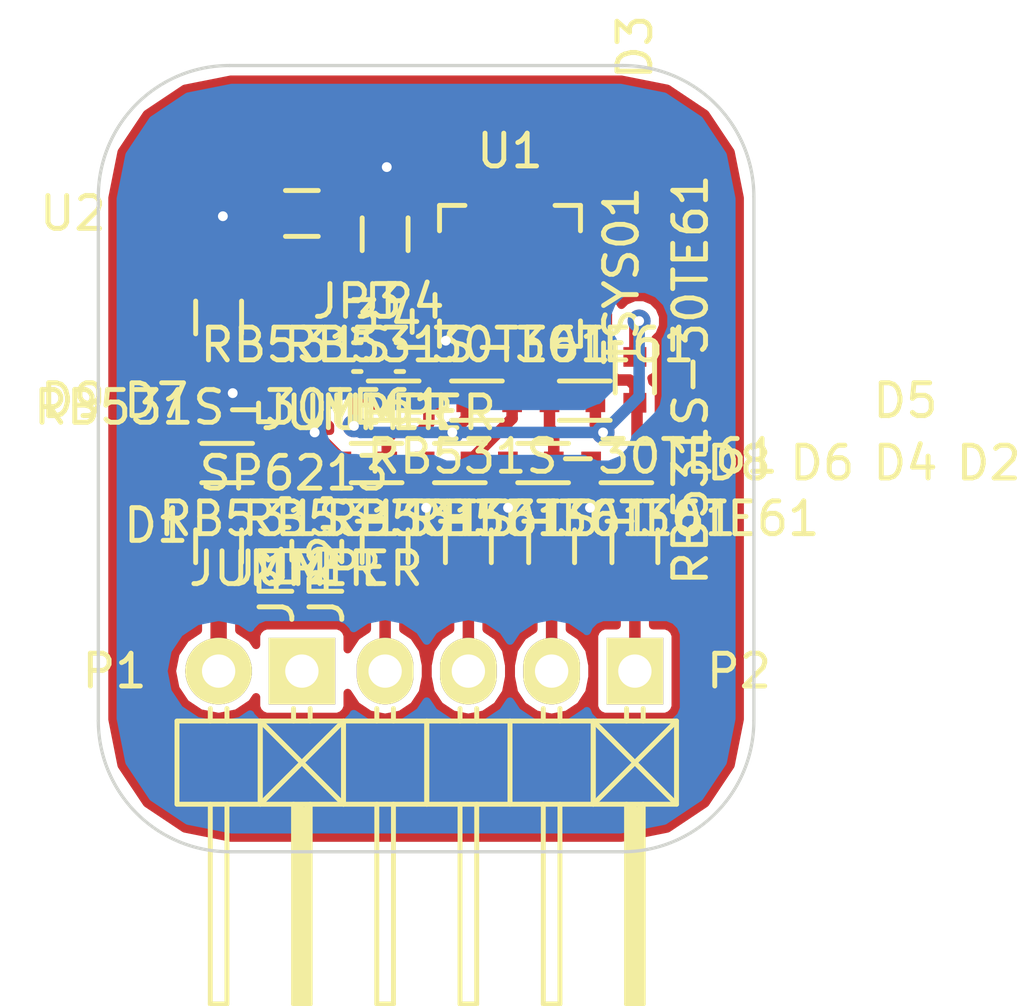
<source format=kicad_pcb>
(kicad_pcb (version 4) (host pcbnew "(2014-08-05 BZR 5054)-product")

  (general
    (links 46)
    (no_connects 1)
    (area 24.949999 24.949999 75.050001 75.050001)
    (thickness 1.6)
    (drawings 12)
    (tracks 145)
    (zones 0)
    (modules 25)
    (nets 21)
  )

  (page A4)
  (layers
    (0 F.Cu signal)
    (31 B.Cu signal)
    (32 B.Adhes user)
    (33 F.Adhes user)
    (34 B.Paste user)
    (35 F.Paste user)
    (36 B.SilkS user)
    (37 F.SilkS user)
    (38 B.Mask user)
    (39 F.Mask user)
    (40 Dwgs.User user)
    (41 Cmts.User user)
    (42 Eco1.User user)
    (43 Eco2.User user)
    (44 Edge.Cuts user)
    (45 Margin user)
    (46 B.CrtYd user)
    (47 F.CrtYd user)
    (48 B.Fab user)
    (49 F.Fab user)
  )

  (setup
    (last_trace_width 0.35)
    (user_trace_width 0.2)
    (user_trace_width 0.25)
    (user_trace_width 0.35)
    (user_trace_width 0.5)
    (user_trace_width 0.75)
    (user_trace_width 1)
    (trace_clearance 0.2)
    (zone_clearance 0.254)
    (zone_45_only no)
    (trace_min 0.2)
    (segment_width 0.2)
    (edge_width 0.1)
    (via_size 0.889)
    (via_drill 0.635)
    (via_min_size 0.6)
    (via_min_drill 0.3)
    (user_via 0.6 0.3)
    (user_via 0.7 0.3)
    (user_via 1.1 0.8)
    (user_via 1.2 0.8)
    (user_via 1.6 1)
    (user_via 2 1)
    (uvia_size 0.508)
    (uvia_drill 0.127)
    (uvias_allowed no)
    (uvia_min_size 0.508)
    (uvia_min_drill 0.127)
    (pcb_text_width 0.3)
    (pcb_text_size 1.5 1.5)
    (mod_edge_width 0.15)
    (mod_text_size 1 1)
    (mod_text_width 0.15)
    (pad_size 0.39878 1.50114)
    (pad_drill 0)
    (pad_to_mask_clearance 0)
    (aux_axis_origin 0 0)
    (visible_elements FFFCFF7F)
    (pcbplotparams
      (layerselection 0x00030_80000001)
      (usegerberextensions false)
      (excludeedgelayer true)
      (linewidth 0.100000)
      (plotframeref false)
      (viasonmask false)
      (mode 1)
      (useauxorigin false)
      (hpglpennumber 1)
      (hpglpenspeed 20)
      (hpglpendiameter 15)
      (hpglpenoverlay 2)
      (psnegative false)
      (psa4output false)
      (plotreference true)
      (plotvalue true)
      (plotinvisibletext false)
      (padsonsilk false)
      (subtractmaskfromsilk false)
      (outputformat 1)
      (mirror false)
      (drillshape 1)
      (scaleselection 1)
      (outputdirectory ""))
  )

  (net 0 "")
  (net 1 /Vin)
  (net 2 GNDA)
  (net 3 +3V3)
  (net 4 "Net-(D2-Pad2)")
  (net 5 "Net-(D4-Pad2)")
  (net 6 "Net-(D6-Pad2)")
  (net 7 /EN)
  (net 8 "Net-(JP1-Pad2)")
  (net 9 "Net-(JP3-Pad2)")
  (net 10 GND)
  (net 11 "Net-(P1-Pad2)")
  (net 12 /CS)
  (net 13 /SCLK)
  (net 14 /MOSI)
  (net 15 /MISO)
  (net 16 "Net-(U1-Pad9)")
  (net 17 "Net-(U1-Pad10)")
  (net 18 "Net-(U1-Pad12)")
  (net 19 "Net-(U1-Pad13)")
  (net 20 "Net-(U1-Pad14)")

  (net_class Default "This is the default net class."
    (clearance 0.2)
    (trace_width 0.254)
    (via_dia 0.889)
    (via_drill 0.635)
    (uvia_dia 0.508)
    (uvia_drill 0.127)
    (add_net +3V3)
    (add_net /CS)
    (add_net /EN)
    (add_net /MISO)
    (add_net /MOSI)
    (add_net /SCLK)
    (add_net /Vin)
    (add_net GND)
    (add_net GNDA)
    (add_net "Net-(D2-Pad2)")
    (add_net "Net-(D4-Pad2)")
    (add_net "Net-(D6-Pad2)")
    (add_net "Net-(JP1-Pad2)")
    (add_net "Net-(JP3-Pad2)")
    (add_net "Net-(P1-Pad2)")
    (add_net "Net-(U1-Pad10)")
    (add_net "Net-(U1-Pad12)")
    (add_net "Net-(U1-Pad13)")
    (add_net "Net-(U1-Pad14)")
    (add_net "Net-(U1-Pad9)")
  )

  (module Housings_SOT-23_SOT-143_TSOT-6:SC70-6_Handsoldering (layer F.Cu) (tedit 54CB8A79) (tstamp 54CB79BA)
    (at 29.21 60.325)
    (descr "SC70-6, Handsoldering,")
    (tags "SC70-6, Handsoldering,")
    (path /54CB446A)
    (attr smd)
    (fp_text reference U2 (at -6.985 -3.81) (layer F.SilkS)
      (effects (font (size 1 1) (thickness 0.15)))
    )
    (fp_text value SP6213 (at -0.23876 4.11988) (layer F.SilkS)
      (effects (font (size 1 1) (thickness 0.15)))
    )
    (fp_line (start -1.3208 1.97866) (end -1.3208 2.54762) (layer F.SilkS) (width 0.15))
    (fp_line (start -1.3208 2.54762) (end -0.90932 2.54762) (layer F.SilkS) (width 0.15))
    (pad 1 smd rect (at -0.65024 1.33096) (size 0.39878 1.50114) (layers F.Cu F.Paste F.Mask)
      (net 8 "Net-(JP1-Pad2)"))
    (pad 2 smd rect (at 0 1.33096) (size 0.39878 1.50114) (layers F.Cu F.Paste F.Mask)
      (net 2 GNDA))
    (pad 3 smd rect (at 0.65024 1.33096) (size 0.39878 1.50114) (layers F.Cu F.Paste F.Mask)
      (net 2 GNDA))
    (pad 4 smd rect (at 0.65024 -1.33096) (size 0.39878 1.50114) (layers F.Cu F.Paste F.Mask)
      (net 3 +3V3))
    (pad 5 smd rect (at -0.65024 -1.33096) (size 0.39878 1.50114) (layers F.Cu F.Paste F.Mask)
      (net 1 /Vin))
  )

  (module SMD_Packages:SOD-523 (layer F.Cu) (tedit 54CB5669) (tstamp 54C65B70)
    (at 27.305 64.135 180)
    (descr "http://www.diodes.com/datasheets/ap02001.pdf p.144")
    (tags "Diode SOD523")
    (path /54C288E9)
    (fp_text reference D1 (at 2.54 -1.905 180) (layer F.SilkS)
      (effects (font (size 1 1) (thickness 0.15)))
    )
    (fp_text value RB531S-30TE61 (at 0 1.7 180) (layer F.SilkS)
      (effects (font (size 1 1) (thickness 0.15)))
    )
    (fp_line (start -0.4 0.6) (end 1.15 0.6) (layer F.SilkS) (width 0.15))
    (fp_line (start -0.4 -0.6) (end 1.15 -0.6) (layer F.SilkS) (width 0.15))
    (pad 1 smd rect (at -0.7 0 180) (size 0.6 0.7) (layers F.Cu F.Paste F.Mask)
      (net 2 GNDA))
    (pad 2 smd rect (at 0.7 0 180) (size 0.6 0.7) (layers F.Cu F.Paste F.Mask)
      (net 1 /Vin))
  )

  (module SMD_Packages:SOD-523 (layer F.Cu) (tedit 54CB5634) (tstamp 54C65B78)
    (at 38.735 64.135)
    (descr "http://www.diodes.com/datasheets/ap02001.pdf p.144")
    (tags "Diode SOD523")
    (path /54C263C4)
    (fp_text reference D2 (at 11.43 0) (layer F.SilkS)
      (effects (font (size 1 1) (thickness 0.15)))
    )
    (fp_text value RB531S-30TE61 (at 0 1.7) (layer F.SilkS)
      (effects (font (size 1 1) (thickness 0.15)))
    )
    (fp_line (start -0.4 0.6) (end 1.15 0.6) (layer F.SilkS) (width 0.15))
    (fp_line (start -0.4 -0.6) (end 1.15 -0.6) (layer F.SilkS) (width 0.15))
    (pad 1 smd rect (at -0.7 0) (size 0.6 0.7) (layers F.Cu F.Paste F.Mask)
      (net 2 GNDA))
    (pad 2 smd rect (at 0.7 0) (size 0.6 0.7) (layers F.Cu F.Paste F.Mask)
      (net 4 "Net-(D2-Pad2)"))
  )

  (module SMD_Packages:SOD-523 (layer F.Cu) (tedit 54CB562D) (tstamp 54CB9434)
    (at 39.37 61.595 90)
    (descr "http://www.diodes.com/datasheets/ap02001.pdf p.144")
    (tags "Diode SOD523")
    (path /54C26179)
    (fp_text reference D3 (at 10.16 0 90) (layer F.SilkS)
      (effects (font (size 1 1) (thickness 0.15)))
    )
    (fp_text value RB531S-30TE61 (at 0 1.7 90) (layer F.SilkS)
      (effects (font (size 1 1) (thickness 0.15)))
    )
    (fp_line (start -0.4 0.6) (end 1.15 0.6) (layer F.SilkS) (width 0.15))
    (fp_line (start -0.4 -0.6) (end 1.15 -0.6) (layer F.SilkS) (width 0.15))
    (pad 1 smd rect (at -0.7 0 90) (size 0.6 0.7) (layers F.Cu F.Paste F.Mask)
      (net 4 "Net-(D2-Pad2)"))
    (pad 2 smd rect (at 0.7 0 90) (size 0.6 0.7) (layers F.Cu F.Paste F.Mask)
      (net 3 +3V3))
  )

  (module SMD_Packages:SOD-523 (layer F.Cu) (tedit 54CB5636) (tstamp 54C65B88)
    (at 36.195 64.135)
    (descr "http://www.diodes.com/datasheets/ap02001.pdf p.144")
    (tags "Diode SOD523")
    (path /54C263CA)
    (fp_text reference D4 (at 11.43 0) (layer F.SilkS)
      (effects (font (size 1 1) (thickness 0.15)))
    )
    (fp_text value RB531S-30TE61 (at 0 1.7) (layer F.SilkS)
      (effects (font (size 1 1) (thickness 0.15)))
    )
    (fp_line (start -0.4 0.6) (end 1.15 0.6) (layer F.SilkS) (width 0.15))
    (fp_line (start -0.4 -0.6) (end 1.15 -0.6) (layer F.SilkS) (width 0.15))
    (pad 1 smd rect (at -0.7 0) (size 0.6 0.7) (layers F.Cu F.Paste F.Mask)
      (net 2 GNDA))
    (pad 2 smd rect (at 0.7 0) (size 0.6 0.7) (layers F.Cu F.Paste F.Mask)
      (net 5 "Net-(D4-Pad2)"))
  )

  (module SMD_Packages:SOD-523 (layer F.Cu) (tedit 54CB562F) (tstamp 54CB943D)
    (at 37.465 62.23)
    (descr "http://www.diodes.com/datasheets/ap02001.pdf p.144")
    (tags "Diode SOD523")
    (path /54C2622C)
    (fp_text reference D5 (at 10.16 0) (layer F.SilkS)
      (effects (font (size 1 1) (thickness 0.15)))
    )
    (fp_text value RB531S-30TE61 (at 0 1.7) (layer F.SilkS)
      (effects (font (size 1 1) (thickness 0.15)))
    )
    (fp_line (start -0.4 0.6) (end 1.15 0.6) (layer F.SilkS) (width 0.15))
    (fp_line (start -0.4 -0.6) (end 1.15 -0.6) (layer F.SilkS) (width 0.15))
    (pad 1 smd rect (at -0.7 0) (size 0.6 0.7) (layers F.Cu F.Paste F.Mask)
      (net 5 "Net-(D4-Pad2)"))
    (pad 2 smd rect (at 0.7 0) (size 0.6 0.7) (layers F.Cu F.Paste F.Mask)
      (net 3 +3V3))
  )

  (module SMD_Packages:SOD-523 (layer F.Cu) (tedit 54CB5639) (tstamp 54C65B98)
    (at 33.655 64.135)
    (descr "http://www.diodes.com/datasheets/ap02001.pdf p.144")
    (tags "Diode SOD523")
    (path /54C263D0)
    (fp_text reference D6 (at 11.43 0) (layer F.SilkS)
      (effects (font (size 1 1) (thickness 0.15)))
    )
    (fp_text value RB531S-30TE61 (at 0 1.7) (layer F.SilkS)
      (effects (font (size 1 1) (thickness 0.15)))
    )
    (fp_line (start -0.4 0.6) (end 1.15 0.6) (layer F.SilkS) (width 0.15))
    (fp_line (start -0.4 -0.6) (end 1.15 -0.6) (layer F.SilkS) (width 0.15))
    (pad 1 smd rect (at -0.7 0) (size 0.6 0.7) (layers F.Cu F.Paste F.Mask)
      (net 2 GNDA))
    (pad 2 smd rect (at 0.7 0) (size 0.6 0.7) (layers F.Cu F.Paste F.Mask)
      (net 6 "Net-(D6-Pad2)"))
  )

  (module SMD_Packages:SOD-523 (layer F.Cu) (tedit 54CB5631) (tstamp 54CB9446)
    (at 34.925 62.23 180)
    (descr "http://www.diodes.com/datasheets/ap02001.pdf p.144")
    (tags "Diode SOD523")
    (path /54C26257)
    (fp_text reference D7 (at 10.16 0 180) (layer F.SilkS)
      (effects (font (size 1 1) (thickness 0.15)))
    )
    (fp_text value RB531S-30TE61 (at 0 1.7 180) (layer F.SilkS)
      (effects (font (size 1 1) (thickness 0.15)))
    )
    (fp_line (start -0.4 0.6) (end 1.15 0.6) (layer F.SilkS) (width 0.15))
    (fp_line (start -0.4 -0.6) (end 1.15 -0.6) (layer F.SilkS) (width 0.15))
    (pad 1 smd rect (at -0.7 0 180) (size 0.6 0.7) (layers F.Cu F.Paste F.Mask)
      (net 6 "Net-(D6-Pad2)"))
    (pad 2 smd rect (at 0.7 0 180) (size 0.6 0.7) (layers F.Cu F.Paste F.Mask)
      (net 3 +3V3))
  )

  (module SMD_Packages:SOD-523 (layer F.Cu) (tedit 54CB563D) (tstamp 54CB796B)
    (at 31.115 64.135)
    (descr "http://www.diodes.com/datasheets/ap02001.pdf p.144")
    (tags "Diode SOD523")
    (path /54C263D6)
    (fp_text reference D8 (at 11.43 0) (layer F.SilkS)
      (effects (font (size 1 1) (thickness 0.15)))
    )
    (fp_text value RB531S-30TE61 (at 0 1.7) (layer F.SilkS)
      (effects (font (size 1 1) (thickness 0.15)))
    )
    (fp_line (start -0.4 0.6) (end 1.15 0.6) (layer F.SilkS) (width 0.15))
    (fp_line (start -0.4 -0.6) (end 1.15 -0.6) (layer F.SilkS) (width 0.15))
    (pad 1 smd rect (at -0.7 0) (size 0.6 0.7) (layers F.Cu F.Paste F.Mask)
      (net 2 GNDA))
    (pad 2 smd rect (at 0.7 0) (size 0.6 0.7) (layers F.Cu F.Paste F.Mask)
      (net 7 /EN))
  )

  (module SMD_Packages:SOD-523 (layer F.Cu) (tedit 54CB5627) (tstamp 54CB7974)
    (at 32.385 62.23 180)
    (descr "http://www.diodes.com/datasheets/ap02001.pdf p.144")
    (tags "Diode SOD523")
    (path /54C2628C)
    (fp_text reference D9 (at 10.16 0 180) (layer F.SilkS)
      (effects (font (size 1 1) (thickness 0.15)))
    )
    (fp_text value RB531S-30TE61 (at 0 1.7 180) (layer F.SilkS)
      (effects (font (size 1 1) (thickness 0.15)))
    )
    (fp_line (start -0.4 0.6) (end 1.15 0.6) (layer F.SilkS) (width 0.15))
    (fp_line (start -0.4 -0.6) (end 1.15 -0.6) (layer F.SilkS) (width 0.15))
    (pad 1 smd rect (at -0.7 0 180) (size 0.6 0.7) (layers F.Cu F.Paste F.Mask)
      (net 7 /EN))
    (pad 2 smd rect (at 0.7 0 180) (size 0.6 0.7) (layers F.Cu F.Paste F.Mask)
      (net 3 +3V3))
  )

  (module Resistors_SMD:R_0201 (layer F.Cu) (tedit 54CB576D) (tstamp 54C65BBC)
    (at 28.702 65.659)
    (descr "Resistor SMD 0201, reflow soldering, Vishay (see crcw0201e3.pdf)")
    (tags "resistor 0201")
    (path /54C27335)
    (attr smd)
    (fp_text reference JP1 (at -0.254 2.032 90) (layer F.SilkS)
      (effects (font (size 1 1) (thickness 0.15)))
    )
    (fp_text value JUMPER (at 0 1.7) (layer F.SilkS)
      (effects (font (size 1 1) (thickness 0.15)))
    )
    (fp_line (start -0.65 -0.55) (end 0.65 -0.55) (layer F.CrtYd) (width 0.05))
    (fp_line (start -0.65 0.55) (end 0.65 0.55) (layer F.CrtYd) (width 0.05))
    (fp_line (start -0.65 -0.55) (end -0.65 0.55) (layer F.CrtYd) (width 0.05))
    (fp_line (start 0.65 -0.55) (end 0.65 0.55) (layer F.CrtYd) (width 0.05))
    (fp_line (start 0.115 -0.44) (end -0.115 -0.44) (layer F.SilkS) (width 0.15))
    (fp_line (start -0.115 0.44) (end 0.115 0.44) (layer F.SilkS) (width 0.15))
    (pad 1 smd rect (at -0.255 0) (size 0.28 0.43) (layers F.Cu F.Paste F.Mask)
      (net 1 /Vin))
    (pad 2 smd rect (at 0.255 0) (size 0.28 0.43) (layers F.Cu F.Paste F.Mask)
      (net 8 "Net-(JP1-Pad2)"))
    (model Resistors_SMD/R_0201.wrl
      (at (xyz 0 0 0))
      (scale (xyz 1 1 1))
      (rotate (xyz 0 0 0))
    )
  )

  (module Resistors_SMD:R_0201 (layer F.Cu) (tedit 54CB576B) (tstamp 54C65BC8)
    (at 29.972 65.659)
    (descr "Resistor SMD 0201, reflow soldering, Vishay (see crcw0201e3.pdf)")
    (tags "resistor 0201")
    (path /54C27523)
    (attr smd)
    (fp_text reference JP2 (at 0 2.032 90) (layer F.SilkS)
      (effects (font (size 1 1) (thickness 0.15)))
    )
    (fp_text value JUMPER (at 0 1.7) (layer F.SilkS)
      (effects (font (size 1 1) (thickness 0.15)))
    )
    (fp_line (start -0.65 -0.55) (end 0.65 -0.55) (layer F.CrtYd) (width 0.05))
    (fp_line (start -0.65 0.55) (end 0.65 0.55) (layer F.CrtYd) (width 0.05))
    (fp_line (start -0.65 -0.55) (end -0.65 0.55) (layer F.CrtYd) (width 0.05))
    (fp_line (start 0.65 -0.55) (end 0.65 0.55) (layer F.CrtYd) (width 0.05))
    (fp_line (start 0.115 -0.44) (end -0.115 -0.44) (layer F.SilkS) (width 0.15))
    (fp_line (start -0.115 0.44) (end 0.115 0.44) (layer F.SilkS) (width 0.15))
    (pad 1 smd rect (at -0.255 0) (size 0.28 0.43) (layers F.Cu F.Paste F.Mask)
      (net 8 "Net-(JP1-Pad2)"))
    (pad 2 smd rect (at 0.255 0) (size 0.28 0.43) (layers F.Cu F.Paste F.Mask)
      (net 7 /EN))
    (model Resistors_SMD/R_0201.wrl
      (at (xyz 0 0 0))
      (scale (xyz 1 1 1))
      (rotate (xyz 0 0 0))
    )
  )

  (module Resistors_SMD:R_0201 (layer F.Cu) (tedit 5415CC07) (tstamp 54C65BD4)
    (at 30.9 60.9)
    (descr "Resistor SMD 0201, reflow soldering, Vishay (see crcw0201e3.pdf)")
    (tags "resistor 0201")
    (path /54C276FC)
    (attr smd)
    (fp_text reference JP3 (at 0 -1.7) (layer F.SilkS)
      (effects (font (size 1 1) (thickness 0.15)))
    )
    (fp_text value JUMPER (at 0 1.7) (layer F.SilkS)
      (effects (font (size 1 1) (thickness 0.15)))
    )
    (fp_line (start -0.65 -0.55) (end 0.65 -0.55) (layer F.CrtYd) (width 0.05))
    (fp_line (start -0.65 0.55) (end 0.65 0.55) (layer F.CrtYd) (width 0.05))
    (fp_line (start -0.65 -0.55) (end -0.65 0.55) (layer F.CrtYd) (width 0.05))
    (fp_line (start 0.65 -0.55) (end 0.65 0.55) (layer F.CrtYd) (width 0.05))
    (fp_line (start 0.115 -0.44) (end -0.115 -0.44) (layer F.SilkS) (width 0.15))
    (fp_line (start -0.115 0.44) (end 0.115 0.44) (layer F.SilkS) (width 0.15))
    (pad 1 smd rect (at -0.255 0) (size 0.28 0.43) (layers F.Cu F.Paste F.Mask)
      (net 3 +3V3))
    (pad 2 smd rect (at 0.255 0) (size 0.28 0.43) (layers F.Cu F.Paste F.Mask)
      (net 9 "Net-(JP3-Pad2)"))
    (model Resistors_SMD/R_0201.wrl
      (at (xyz 0 0 0))
      (scale (xyz 1 1 1))
      (rotate (xyz 0 0 0))
    )
  )

  (module Resistors_SMD:R_0201 (layer F.Cu) (tedit 5415CC07) (tstamp 54C65BE0)
    (at 32.2 60.9)
    (descr "Resistor SMD 0201, reflow soldering, Vishay (see crcw0201e3.pdf)")
    (tags "resistor 0201")
    (path /54C27791)
    (attr smd)
    (fp_text reference JP4 (at 0 -1.7) (layer F.SilkS)
      (effects (font (size 1 1) (thickness 0.15)))
    )
    (fp_text value JUMPER (at 0 1.7) (layer F.SilkS)
      (effects (font (size 1 1) (thickness 0.15)))
    )
    (fp_line (start -0.65 -0.55) (end 0.65 -0.55) (layer F.CrtYd) (width 0.05))
    (fp_line (start -0.65 0.55) (end 0.65 0.55) (layer F.CrtYd) (width 0.05))
    (fp_line (start -0.65 -0.55) (end -0.65 0.55) (layer F.CrtYd) (width 0.05))
    (fp_line (start 0.65 -0.55) (end 0.65 0.55) (layer F.CrtYd) (width 0.05))
    (fp_line (start 0.115 -0.44) (end -0.115 -0.44) (layer F.SilkS) (width 0.15))
    (fp_line (start -0.115 0.44) (end 0.115 0.44) (layer F.SilkS) (width 0.15))
    (pad 1 smd rect (at -0.255 0) (size 0.28 0.43) (layers F.Cu F.Paste F.Mask)
      (net 9 "Net-(JP3-Pad2)"))
    (pad 2 smd rect (at 0.255 0) (size 0.28 0.43) (layers F.Cu F.Paste F.Mask)
      (net 2 GNDA))
    (model Resistors_SMD/R_0201.wrl
      (at (xyz 0 0 0))
      (scale (xyz 1 1 1))
      (rotate (xyz 0 0 0))
    )
  )

  (module Pin_Headers:Pin_Header_Angled_1x02 (layer F.Cu) (tedit 54CB55FD) (tstamp 54C65BFF)
    (at 27.94 70.485 180)
    (descr "Through hole pin header")
    (tags "pin header")
    (path /54C269E1)
    (fp_text reference P1 (at 4.445 0 180) (layer F.SilkS)
      (effects (font (size 1 1) (thickness 0.15)))
    )
    (fp_text value CONN_01X02 (at 0 0 180) (layer F.SilkS) hide
      (effects (font (size 1 1) (thickness 0.15)))
    )
    (fp_line (start 0 -4.064) (end -2.54 -1.524) (layer F.SilkS) (width 0.15))
    (fp_line (start -2.54 -4.064) (end 0 -1.524) (layer F.SilkS) (width 0.15))
    (fp_line (start -1.397 -4.191) (end -1.397 -10.033) (layer F.SilkS) (width 0.15))
    (fp_line (start -1.397 -10.033) (end -1.143 -10.033) (layer F.SilkS) (width 0.15))
    (fp_line (start -1.143 -10.033) (end -1.143 -4.191) (layer F.SilkS) (width 0.15))
    (fp_line (start -1.143 -4.191) (end -1.27 -4.191) (layer F.SilkS) (width 0.15))
    (fp_line (start -1.27 -4.191) (end -1.27 -10.033) (layer F.SilkS) (width 0.15))
    (fp_line (start -1.524 -1.524) (end -1.524 -1.143) (layer F.SilkS) (width 0.15))
    (fp_line (start -1.016 -1.524) (end -1.016 -1.143) (layer F.SilkS) (width 0.15))
    (fp_line (start 1.016 -1.524) (end 1.016 -1.143) (layer F.SilkS) (width 0.15))
    (fp_line (start 1.524 -1.524) (end 1.524 -1.143) (layer F.SilkS) (width 0.15))
    (fp_line (start -2.54 -1.524) (end -2.54 -4.064) (layer F.SilkS) (width 0.15))
    (fp_line (start 0 -1.524) (end 0 -4.064) (layer F.SilkS) (width 0.15))
    (fp_line (start 0 -1.524) (end 2.54 -1.524) (layer F.SilkS) (width 0.15))
    (fp_line (start 2.54 -1.524) (end 2.54 -4.064) (layer F.SilkS) (width 0.15))
    (fp_line (start 1.016 -4.064) (end 1.016 -10.16) (layer F.SilkS) (width 0.15))
    (fp_line (start 1.016 -10.16) (end 1.524 -10.16) (layer F.SilkS) (width 0.15))
    (fp_line (start 1.524 -10.16) (end 1.524 -4.064) (layer F.SilkS) (width 0.15))
    (fp_line (start 2.54 -4.064) (end 0 -4.064) (layer F.SilkS) (width 0.15))
    (fp_line (start 0 -4.064) (end -2.54 -4.064) (layer F.SilkS) (width 0.15))
    (fp_line (start -1.016 -10.16) (end -1.016 -4.064) (layer F.SilkS) (width 0.15))
    (fp_line (start -1.524 -10.16) (end -1.016 -10.16) (layer F.SilkS) (width 0.15))
    (fp_line (start -1.524 -4.064) (end -1.524 -10.16) (layer F.SilkS) (width 0.15))
    (fp_line (start 0 -1.524) (end 0 -4.064) (layer F.SilkS) (width 0.15))
    (fp_line (start -2.54 -1.524) (end 0 -1.524) (layer F.SilkS) (width 0.15))
    (pad 1 thru_hole rect (at -1.27 0 180) (size 2.032 2.032) (drill 1.016) (layers *.Cu *.Mask F.SilkS)
      (net 10 GND))
    (pad 2 thru_hole oval (at 1.27 0 180) (size 2.032 2.032) (drill 1.016) (layers *.Cu *.Mask F.SilkS)
      (net 11 "Net-(P1-Pad2)"))
    (model Pin_Headers/Pin_Header_Angled_1x02.wrl
      (at (xyz 0 0 0))
      (scale (xyz 1 1 1))
      (rotate (xyz 0 0 0))
    )
  )

  (module Pin_Headers:Pin_Header_Angled_1x04 (layer F.Cu) (tedit 54CB55FF) (tstamp 54C65C32)
    (at 35.56 70.485 180)
    (descr "Through hole pin header")
    (tags "pin header")
    (path /54C26810)
    (fp_text reference P2 (at -6.985 0 180) (layer F.SilkS)
      (effects (font (size 1 1) (thickness 0.15)))
    )
    (fp_text value CONN_01X04 (at 0 0 180) (layer F.SilkS) hide
      (effects (font (size 1 1) (thickness 0.15)))
    )
    (fp_line (start -2.54 -4.064) (end -5.08 -1.524) (layer F.SilkS) (width 0.15))
    (fp_line (start -5.08 -4.064) (end -2.54 -1.524) (layer F.SilkS) (width 0.15))
    (fp_line (start -3.937 -4.191) (end -3.937 -10.033) (layer F.SilkS) (width 0.15))
    (fp_line (start -3.937 -10.033) (end -3.683 -10.033) (layer F.SilkS) (width 0.15))
    (fp_line (start -3.683 -10.033) (end -3.683 -4.191) (layer F.SilkS) (width 0.15))
    (fp_line (start -3.683 -4.191) (end -3.81 -4.191) (layer F.SilkS) (width 0.15))
    (fp_line (start -3.81 -4.191) (end -3.81 -10.033) (layer F.SilkS) (width 0.15))
    (fp_line (start -4.064 -1.524) (end -4.064 -1.143) (layer F.SilkS) (width 0.15))
    (fp_line (start -3.556 -1.524) (end -3.556 -1.143) (layer F.SilkS) (width 0.15))
    (fp_line (start -1.524 -1.524) (end -1.524 -1.143) (layer F.SilkS) (width 0.15))
    (fp_line (start -1.016 -1.524) (end -1.016 -1.143) (layer F.SilkS) (width 0.15))
    (fp_line (start 1.016 -1.524) (end 1.016 -1.143) (layer F.SilkS) (width 0.15))
    (fp_line (start 1.524 -1.524) (end 1.524 -1.143) (layer F.SilkS) (width 0.15))
    (fp_line (start 4.064 -1.524) (end 4.064 -1.143) (layer F.SilkS) (width 0.15))
    (fp_line (start 3.556 -1.524) (end 3.556 -1.143) (layer F.SilkS) (width 0.15))
    (fp_line (start -5.08 -1.524) (end -5.08 -4.064) (layer F.SilkS) (width 0.15))
    (fp_line (start -2.54 -1.524) (end -2.54 -4.064) (layer F.SilkS) (width 0.15))
    (fp_line (start -2.54 -1.524) (end 0 -1.524) (layer F.SilkS) (width 0.15))
    (fp_line (start 0 -1.524) (end 0 -4.064) (layer F.SilkS) (width 0.15))
    (fp_line (start -1.524 -4.064) (end -1.524 -10.16) (layer F.SilkS) (width 0.15))
    (fp_line (start -1.524 -10.16) (end -1.016 -10.16) (layer F.SilkS) (width 0.15))
    (fp_line (start -1.016 -10.16) (end -1.016 -4.064) (layer F.SilkS) (width 0.15))
    (fp_line (start 0 -4.064) (end -2.54 -4.064) (layer F.SilkS) (width 0.15))
    (fp_line (start -2.54 -4.064) (end -5.08 -4.064) (layer F.SilkS) (width 0.15))
    (fp_line (start -3.556 -10.16) (end -3.556 -4.064) (layer F.SilkS) (width 0.15))
    (fp_line (start -4.064 -10.16) (end -3.556 -10.16) (layer F.SilkS) (width 0.15))
    (fp_line (start -4.064 -4.064) (end -4.064 -10.16) (layer F.SilkS) (width 0.15))
    (fp_line (start -2.54 -1.524) (end -2.54 -4.064) (layer F.SilkS) (width 0.15))
    (fp_line (start -5.08 -1.524) (end -2.54 -1.524) (layer F.SilkS) (width 0.15))
    (fp_line (start 2.54 -1.524) (end 2.54 -4.064) (layer F.SilkS) (width 0.15))
    (fp_line (start 2.54 -1.524) (end 5.08 -1.524) (layer F.SilkS) (width 0.15))
    (fp_line (start 5.08 -1.524) (end 5.08 -4.064) (layer F.SilkS) (width 0.15))
    (fp_line (start 3.556 -4.064) (end 3.556 -10.16) (layer F.SilkS) (width 0.15))
    (fp_line (start 3.556 -10.16) (end 4.064 -10.16) (layer F.SilkS) (width 0.15))
    (fp_line (start 4.064 -10.16) (end 4.064 -4.064) (layer F.SilkS) (width 0.15))
    (fp_line (start 5.08 -4.064) (end 2.54 -4.064) (layer F.SilkS) (width 0.15))
    (fp_line (start 2.54 -4.064) (end 0 -4.064) (layer F.SilkS) (width 0.15))
    (fp_line (start 1.524 -10.16) (end 1.524 -4.064) (layer F.SilkS) (width 0.15))
    (fp_line (start 1.016 -10.16) (end 1.524 -10.16) (layer F.SilkS) (width 0.15))
    (fp_line (start 1.016 -4.064) (end 1.016 -10.16) (layer F.SilkS) (width 0.15))
    (fp_line (start 2.54 -1.524) (end 2.54 -4.064) (layer F.SilkS) (width 0.15))
    (fp_line (start 0 -1.524) (end 2.54 -1.524) (layer F.SilkS) (width 0.15))
    (fp_line (start 0 -1.524) (end 0 -4.064) (layer F.SilkS) (width 0.15))
    (pad 1 thru_hole rect (at -3.81 0 180) (size 1.7272 2.032) (drill 1.016) (layers *.Cu *.Mask F.SilkS)
      (net 15 /MISO))
    (pad 2 thru_hole oval (at -1.27 0 180) (size 1.7272 2.032) (drill 1.016) (layers *.Cu *.Mask F.SilkS)
      (net 14 /MOSI))
    (pad 3 thru_hole oval (at 1.27 0 180) (size 1.7272 2.032) (drill 1.016) (layers *.Cu *.Mask F.SilkS)
      (net 13 /SCLK))
    (pad 4 thru_hole oval (at 3.81 0 180) (size 1.7272 2.032) (drill 1.016) (layers *.Cu *.Mask F.SilkS)
      (net 12 /CS))
    (model Pin_Headers/Pin_Header_Angled_1x04.wrl
      (at (xyz 0 0 0))
      (scale (xyz 1 1 1))
      (rotate (xyz 0 0 0))
    )
  )

  (module Housings_DFN_QFN:QFN-16-1EP_4x4mm_Pitch0.65mm (layer F.Cu) (tedit 54CB4B94) (tstamp 54C65C91)
    (at 35.56 58.42 90)
    (descr "16-Lead Plastic Quad Flat, No Lead Package (ML) - 4x4x0.9 mm Body [QFN]; (see Microchip Packaging Specification 00000049BS.pdf)")
    (tags "QFN 0.65")
    (path /54C229C7)
    (attr smd)
    (fp_text reference U1 (at 3.81 0 180) (layer F.SilkS)
      (effects (font (size 1 1) (thickness 0.15)))
    )
    (fp_text value TSYS01 (at 0 3.4 90) (layer F.SilkS)
      (effects (font (size 1 1) (thickness 0.15)))
    )
    (fp_line (start -2.65 -2.65) (end -2.65 2.65) (layer F.CrtYd) (width 0.05))
    (fp_line (start 2.65 -2.65) (end 2.65 2.65) (layer F.CrtYd) (width 0.05))
    (fp_line (start -2.65 -2.65) (end 2.65 -2.65) (layer F.CrtYd) (width 0.05))
    (fp_line (start -2.65 2.65) (end 2.65 2.65) (layer F.CrtYd) (width 0.05))
    (fp_line (start 2.15 -2.15) (end 2.15 -1.375) (layer F.SilkS) (width 0.15))
    (fp_line (start -2.15 2.15) (end -2.15 1.375) (layer F.SilkS) (width 0.15))
    (fp_line (start 2.15 2.15) (end 2.15 1.375) (layer F.SilkS) (width 0.15))
    (fp_line (start -2.15 -2.15) (end -1.375 -2.15) (layer F.SilkS) (width 0.15))
    (fp_line (start -2.15 2.15) (end -1.375 2.15) (layer F.SilkS) (width 0.15))
    (fp_line (start 2.15 2.15) (end 1.375 2.15) (layer F.SilkS) (width 0.15))
    (fp_line (start 2.15 -2.15) (end 1.375 -2.15) (layer F.SilkS) (width 0.15))
    (pad 1 smd rect (at -2 -0.975 90) (size 0.8 0.35) (layers F.Cu F.Paste F.Mask)
      (net 2 GNDA))
    (pad 2 smd rect (at -2 -0.325 90) (size 0.8 0.35) (layers F.Cu F.Paste F.Mask)
      (net 7 /EN))
    (pad 3 smd rect (at -2 0.325 90) (size 0.8 0.35) (layers F.Cu F.Paste F.Mask)
      (net 6 "Net-(D6-Pad2)"))
    (pad 4 smd rect (at -2 0.975 90) (size 0.8 0.35) (layers F.Cu F.Paste F.Mask)
      (net 5 "Net-(D4-Pad2)"))
    (pad 5 smd rect (at -0.975 2 180) (size 0.8 0.35) (layers F.Cu F.Paste F.Mask)
      (net 4 "Net-(D2-Pad2)"))
    (pad 6 smd rect (at -0.325 2 180) (size 0.8 0.35) (layers F.Cu F.Paste F.Mask))
    (pad 7 smd rect (at 0.325 2 180) (size 0.8 0.35) (layers F.Cu F.Paste F.Mask))
    (pad 8 smd rect (at 0.975 2 180) (size 0.8 0.35) (layers F.Cu F.Paste F.Mask))
    (pad 9 smd rect (at 2 0.975 90) (size 0.8 0.35) (layers F.Cu F.Paste F.Mask)
      (net 16 "Net-(U1-Pad9)"))
    (pad 10 smd rect (at 2 0.325 90) (size 0.8 0.35) (layers F.Cu F.Paste F.Mask)
      (net 17 "Net-(U1-Pad10)"))
    (pad 11 smd rect (at 2 -0.325 90) (size 0.8 0.35) (layers F.Cu F.Paste F.Mask)
      (net 17 "Net-(U1-Pad10)"))
    (pad 12 smd rect (at 2 -0.975 90) (size 0.8 0.35) (layers F.Cu F.Paste F.Mask)
      (net 18 "Net-(U1-Pad12)"))
    (pad 13 smd rect (at 0.975 -2 180) (size 0.8 0.35) (layers F.Cu F.Paste F.Mask)
      (net 19 "Net-(U1-Pad13)"))
    (pad 14 smd rect (at 0.325 -2 180) (size 0.8 0.35) (layers F.Cu F.Paste F.Mask)
      (net 20 "Net-(U1-Pad14)"))
    (pad 15 smd rect (at -0.325 -2 180) (size 0.8 0.35) (layers F.Cu F.Paste F.Mask)
      (net 3 +3V3))
    (pad 16 smd rect (at -0.975 -2 180) (size 0.8 0.35) (layers F.Cu F.Paste F.Mask)
      (net 9 "Net-(JP3-Pad2)"))
    (pad 17 smd rect (at 0.625 0.625 90) (size 1.25 1.25) (layers F.Cu F.Paste F.Mask)
      (solder_paste_margin_ratio -0.2))
    (pad 17 smd rect (at 0.625 -0.625 90) (size 1.25 1.25) (layers F.Cu F.Paste F.Mask)
      (solder_paste_margin_ratio -0.2))
    (pad 17 smd rect (at -0.625 0.625 90) (size 1.25 1.25) (layers F.Cu F.Paste F.Mask)
      (solder_paste_margin_ratio -0.2))
    (pad 17 smd rect (at -0.625 -0.625 90) (size 1.25 1.25) (layers F.Cu F.Paste F.Mask)
      (solder_paste_margin_ratio -0.2))
    (model Housings_DFN_QFN/QFN-16-1EP_4x4mm_Pitch0.65mm.wrl
      (at (xyz 0 0 0))
      (scale (xyz 1 1 1))
      (rotate (xyz 0 0 0))
    )
  )

  (module smd_passives:SMD0603_WAVE (layer F.Cu) (tedit 54CB5715) (tstamp 54CB79AE)
    (at 26.67 59.69 270)
    (descr http://www.vishay.com/docs/45017/vjsoldfo.pdf)
    (tags 0603)
    (path /54C22E30)
    (fp_text reference C1 (at 0.127 1.524 270) (layer Cmts.User)
      (effects (font (size 0.8 0.8) (thickness 0.08)))
    )
    (fp_text value 2u2 (at 0 0 270) (layer F.SilkS) hide
      (effects (font (size 1.5 1.5) (thickness 0.15)))
    )
    (fp_line (start 1.5 0.9) (end 1.5 -0.9) (layer Dwgs.User) (width 0.05))
    (fp_line (start 1.5 -0.9) (end -1.5 -0.9) (layer Dwgs.User) (width 0.05))
    (fp_line (start -1.5 -0.9) (end -1.5 0.9) (layer Dwgs.User) (width 0.05))
    (fp_line (start -1.5 0.9) (end 1.5 0.9) (layer Dwgs.User) (width 0.05))
    (fp_line (start -0.5 0.7) (end 0.5 0.7) (layer F.SilkS) (width 0.15))
    (fp_line (start 0.5 -0.7) (end -0.5 -0.7) (layer F.SilkS) (width 0.15))
    (fp_line (start 1.5 0.9) (end 1.5 -0.9) (layer Cmts.User) (width 0.15))
    (fp_line (start 1.5 -0.9) (end -1.5 -0.9) (layer Cmts.User) (width 0.15))
    (fp_line (start -1.5 -0.9) (end -1.5 0.9) (layer Cmts.User) (width 0.15))
    (fp_line (start -1.5 0.9) (end 1.5 0.9) (layer Cmts.User) (width 0.15))
    (fp_line (start 0.5 -0.4) (end 0.5 0.4) (layer Dwgs.User) (width 0.1))
    (fp_line (start -0.5 -0.4) (end -0.5 0.4) (layer Dwgs.User) (width 0.1))
    (fp_line (start 0.8 -0.4) (end -0.8 -0.4) (layer Dwgs.User) (width 0.15))
    (fp_line (start -0.8 -0.4) (end -0.8 0.4) (layer Dwgs.User) (width 0.15))
    (fp_line (start -0.8 0.4) (end 0.8 0.4) (layer Dwgs.User) (width 0.15))
    (fp_line (start 0.8 0.4) (end 0.8 -0.4) (layer Dwgs.User) (width 0.15))
    (pad 1 smd rect (at -0.85 0 270) (size 0.7 0.8) (layers F.Cu F.Paste F.Mask)
      (net 1 /Vin))
    (pad 2 smd rect (at 0.85 0 270) (size 0.7 0.9) (layers F.Cu F.Paste F.Mask)
      (net 2 GNDA))
    (model smd/resistors/R0603/R0603.wrl
      (at (xyz 0 0 0))
      (scale (xyz 0.3937000036239624 0.3937000036239624 0.3937000036239624))
      (rotate (xyz 0 0 0))
    )
  )

  (module smd_passives:SMD0603_WAVE (layer F.Cu) (tedit 54CB5727) (tstamp 54CB51C7)
    (at 29.21 56.515 180)
    (descr http://www.vishay.com/docs/45017/vjsoldfo.pdf)
    (tags 0603)
    (path /54C2875C)
    (fp_text reference C2 (at -0.127 -5.08 180) (layer Cmts.User)
      (effects (font (size 0.8 0.8) (thickness 0.08)))
    )
    (fp_text value 2u2 (at 0 0 180) (layer F.SilkS) hide
      (effects (font (size 1.5 1.5) (thickness 0.15)))
    )
    (fp_line (start 1.5 0.9) (end 1.5 -0.9) (layer Dwgs.User) (width 0.05))
    (fp_line (start 1.5 -0.9) (end -1.5 -0.9) (layer Dwgs.User) (width 0.05))
    (fp_line (start -1.5 -0.9) (end -1.5 0.9) (layer Dwgs.User) (width 0.05))
    (fp_line (start -1.5 0.9) (end 1.5 0.9) (layer Dwgs.User) (width 0.05))
    (fp_line (start -0.5 0.7) (end 0.5 0.7) (layer F.SilkS) (width 0.15))
    (fp_line (start 0.5 -0.7) (end -0.5 -0.7) (layer F.SilkS) (width 0.15))
    (fp_line (start 1.5 0.9) (end 1.5 -0.9) (layer Cmts.User) (width 0.15))
    (fp_line (start 1.5 -0.9) (end -1.5 -0.9) (layer Cmts.User) (width 0.15))
    (fp_line (start -1.5 -0.9) (end -1.5 0.9) (layer Cmts.User) (width 0.15))
    (fp_line (start -1.5 0.9) (end 1.5 0.9) (layer Cmts.User) (width 0.15))
    (fp_line (start 0.5 -0.4) (end 0.5 0.4) (layer Dwgs.User) (width 0.1))
    (fp_line (start -0.5 -0.4) (end -0.5 0.4) (layer Dwgs.User) (width 0.1))
    (fp_line (start 0.8 -0.4) (end -0.8 -0.4) (layer Dwgs.User) (width 0.15))
    (fp_line (start -0.8 -0.4) (end -0.8 0.4) (layer Dwgs.User) (width 0.15))
    (fp_line (start -0.8 0.4) (end 0.8 0.4) (layer Dwgs.User) (width 0.15))
    (fp_line (start 0.8 0.4) (end 0.8 -0.4) (layer Dwgs.User) (width 0.15))
    (pad 1 smd rect (at -0.85 0 180) (size 0.7 0.8) (layers F.Cu F.Paste F.Mask)
      (net 3 +3V3))
    (pad 2 smd rect (at 0.85 0 180) (size 0.7 0.9) (layers F.Cu F.Paste F.Mask)
      (net 2 GNDA))
    (model smd/resistors/R0603/R0603.wrl
      (at (xyz 0 0 0))
      (scale (xyz 0.3937000036239624 0.3937000036239624 0.3937000036239624))
      (rotate (xyz 0 0 0))
    )
  )

  (module smd_passives:SMD0603_WAVE (layer F.Cu) (tedit 54CB8A2A) (tstamp 54CB51CC)
    (at 31.75 57.15 90)
    (descr http://www.vishay.com/docs/45017/vjsoldfo.pdf)
    (tags 0603)
    (path /54C25CB3)
    (fp_text reference C3 (at 0 0 90) (layer Cmts.User)
      (effects (font (size 0.8 0.8) (thickness 0.08)))
    )
    (fp_text value 100n (at 0 0 90) (layer F.SilkS) hide
      (effects (font (size 1.5 1.5) (thickness 0.15)))
    )
    (fp_line (start 1.5 0.9) (end 1.5 -0.9) (layer Dwgs.User) (width 0.05))
    (fp_line (start 1.5 -0.9) (end -1.5 -0.9) (layer Dwgs.User) (width 0.05))
    (fp_line (start -1.5 -0.9) (end -1.5 0.9) (layer Dwgs.User) (width 0.05))
    (fp_line (start -1.5 0.9) (end 1.5 0.9) (layer Dwgs.User) (width 0.05))
    (fp_line (start -0.5 0.7) (end 0.5 0.7) (layer F.SilkS) (width 0.15))
    (fp_line (start 0.5 -0.7) (end -0.5 -0.7) (layer F.SilkS) (width 0.15))
    (fp_line (start 1.5 0.9) (end 1.5 -0.9) (layer Cmts.User) (width 0.15))
    (fp_line (start 1.5 -0.9) (end -1.5 -0.9) (layer Cmts.User) (width 0.15))
    (fp_line (start -1.5 -0.9) (end -1.5 0.9) (layer Cmts.User) (width 0.15))
    (fp_line (start -1.5 0.9) (end 1.5 0.9) (layer Cmts.User) (width 0.15))
    (fp_line (start 0.5 -0.4) (end 0.5 0.4) (layer Dwgs.User) (width 0.1))
    (fp_line (start -0.5 -0.4) (end -0.5 0.4) (layer Dwgs.User) (width 0.1))
    (fp_line (start 0.8 -0.4) (end -0.8 -0.4) (layer Dwgs.User) (width 0.15))
    (fp_line (start -0.8 -0.4) (end -0.8 0.4) (layer Dwgs.User) (width 0.15))
    (fp_line (start -0.8 0.4) (end 0.8 0.4) (layer Dwgs.User) (width 0.15))
    (fp_line (start 0.8 0.4) (end 0.8 -0.4) (layer Dwgs.User) (width 0.15))
    (pad 1 smd rect (at -0.85 0 90) (size 0.7 0.8) (layers F.Cu F.Paste F.Mask)
      (net 3 +3V3))
    (pad 2 smd rect (at 0.85 0 90) (size 0.7 0.9) (layers F.Cu F.Paste F.Mask)
      (net 2 GNDA))
    (model smd/resistors/R0603/R0603.wrl
      (at (xyz 0 0 0))
      (scale (xyz 0.3937000036239624 0.3937000036239624 0.3937000036239624))
      (rotate (xyz 0 0 0))
    )
  )

  (module smd_passives:SMD0603_WAVE (layer F.Cu) (tedit 54CB5666) (tstamp 54CB51D1)
    (at 26.67 66.675 270)
    (descr http://www.vishay.com/docs/45017/vjsoldfo.pdf)
    (tags 0603)
    (path /54C22D63)
    (fp_text reference R1 (at -2.54 1.905 270) (layer Cmts.User)
      (effects (font (size 0.8 0.8) (thickness 0.08)))
    )
    (fp_text value R (at 0 0 270) (layer F.SilkS) hide
      (effects (font (size 1.5 1.5) (thickness 0.15)))
    )
    (fp_line (start 1.5 0.9) (end 1.5 -0.9) (layer Dwgs.User) (width 0.05))
    (fp_line (start 1.5 -0.9) (end -1.5 -0.9) (layer Dwgs.User) (width 0.05))
    (fp_line (start -1.5 -0.9) (end -1.5 0.9) (layer Dwgs.User) (width 0.05))
    (fp_line (start -1.5 0.9) (end 1.5 0.9) (layer Dwgs.User) (width 0.05))
    (fp_line (start -0.5 0.7) (end 0.5 0.7) (layer F.SilkS) (width 0.15))
    (fp_line (start 0.5 -0.7) (end -0.5 -0.7) (layer F.SilkS) (width 0.15))
    (fp_line (start 1.5 0.9) (end 1.5 -0.9) (layer Cmts.User) (width 0.15))
    (fp_line (start 1.5 -0.9) (end -1.5 -0.9) (layer Cmts.User) (width 0.15))
    (fp_line (start -1.5 -0.9) (end -1.5 0.9) (layer Cmts.User) (width 0.15))
    (fp_line (start -1.5 0.9) (end 1.5 0.9) (layer Cmts.User) (width 0.15))
    (fp_line (start 0.5 -0.4) (end 0.5 0.4) (layer Dwgs.User) (width 0.1))
    (fp_line (start -0.5 -0.4) (end -0.5 0.4) (layer Dwgs.User) (width 0.1))
    (fp_line (start 0.8 -0.4) (end -0.8 -0.4) (layer Dwgs.User) (width 0.15))
    (fp_line (start -0.8 -0.4) (end -0.8 0.4) (layer Dwgs.User) (width 0.15))
    (fp_line (start -0.8 0.4) (end 0.8 0.4) (layer Dwgs.User) (width 0.15))
    (fp_line (start 0.8 0.4) (end 0.8 -0.4) (layer Dwgs.User) (width 0.15))
    (pad 1 smd rect (at -0.85 0 270) (size 0.7 0.8) (layers F.Cu F.Paste F.Mask)
      (net 1 /Vin))
    (pad 2 smd rect (at 0.85 0 270) (size 0.7 0.9) (layers F.Cu F.Paste F.Mask)
      (net 11 "Net-(P1-Pad2)"))
    (model smd/resistors/R0603/R0603.wrl
      (at (xyz 0 0 0))
      (scale (xyz 0.3937000036239624 0.3937000036239624 0.3937000036239624))
      (rotate (xyz 0 0 0))
    )
  )

  (module smd_passives:SMD0603_WAVE (layer F.Cu) (tedit 54CB514A) (tstamp 54CB51D6)
    (at 31.75 66.675 90)
    (descr http://www.vishay.com/docs/45017/vjsoldfo.pdf)
    (tags 0603)
    (path /54C2660E)
    (fp_text reference R2 (at 0 0 90) (layer Cmts.User)
      (effects (font (size 0.8 0.8) (thickness 0.08)))
    )
    (fp_text value R (at 0 0 90) (layer F.SilkS) hide
      (effects (font (size 1.5 1.5) (thickness 0.15)))
    )
    (fp_line (start 1.5 0.9) (end 1.5 -0.9) (layer Dwgs.User) (width 0.05))
    (fp_line (start 1.5 -0.9) (end -1.5 -0.9) (layer Dwgs.User) (width 0.05))
    (fp_line (start -1.5 -0.9) (end -1.5 0.9) (layer Dwgs.User) (width 0.05))
    (fp_line (start -1.5 0.9) (end 1.5 0.9) (layer Dwgs.User) (width 0.05))
    (fp_line (start -0.5 0.7) (end 0.5 0.7) (layer F.SilkS) (width 0.15))
    (fp_line (start 0.5 -0.7) (end -0.5 -0.7) (layer F.SilkS) (width 0.15))
    (fp_line (start 1.5 0.9) (end 1.5 -0.9) (layer Cmts.User) (width 0.15))
    (fp_line (start 1.5 -0.9) (end -1.5 -0.9) (layer Cmts.User) (width 0.15))
    (fp_line (start -1.5 -0.9) (end -1.5 0.9) (layer Cmts.User) (width 0.15))
    (fp_line (start -1.5 0.9) (end 1.5 0.9) (layer Cmts.User) (width 0.15))
    (fp_line (start 0.5 -0.4) (end 0.5 0.4) (layer Dwgs.User) (width 0.1))
    (fp_line (start -0.5 -0.4) (end -0.5 0.4) (layer Dwgs.User) (width 0.1))
    (fp_line (start 0.8 -0.4) (end -0.8 -0.4) (layer Dwgs.User) (width 0.15))
    (fp_line (start -0.8 -0.4) (end -0.8 0.4) (layer Dwgs.User) (width 0.15))
    (fp_line (start -0.8 0.4) (end 0.8 0.4) (layer Dwgs.User) (width 0.15))
    (fp_line (start 0.8 0.4) (end 0.8 -0.4) (layer Dwgs.User) (width 0.15))
    (pad 1 smd rect (at -0.85 0 90) (size 0.7 0.8) (layers F.Cu F.Paste F.Mask)
      (net 12 /CS))
    (pad 2 smd rect (at 0.85 0 90) (size 0.7 0.9) (layers F.Cu F.Paste F.Mask)
      (net 7 /EN))
    (model smd/resistors/R0603/R0603.wrl
      (at (xyz 0 0 0))
      (scale (xyz 0.3937000036239624 0.3937000036239624 0.3937000036239624))
      (rotate (xyz 0 0 0))
    )
  )

  (module smd_passives:SMD0603_WAVE (layer F.Cu) (tedit 54CB514A) (tstamp 54CB51DB)
    (at 34.29 66.675 90)
    (descr http://www.vishay.com/docs/45017/vjsoldfo.pdf)
    (tags 0603)
    (path /54C2664F)
    (fp_text reference R3 (at 0 0 90) (layer Cmts.User)
      (effects (font (size 0.8 0.8) (thickness 0.08)))
    )
    (fp_text value R (at 0 0 90) (layer F.SilkS) hide
      (effects (font (size 1.5 1.5) (thickness 0.15)))
    )
    (fp_line (start 1.5 0.9) (end 1.5 -0.9) (layer Dwgs.User) (width 0.05))
    (fp_line (start 1.5 -0.9) (end -1.5 -0.9) (layer Dwgs.User) (width 0.05))
    (fp_line (start -1.5 -0.9) (end -1.5 0.9) (layer Dwgs.User) (width 0.05))
    (fp_line (start -1.5 0.9) (end 1.5 0.9) (layer Dwgs.User) (width 0.05))
    (fp_line (start -0.5 0.7) (end 0.5 0.7) (layer F.SilkS) (width 0.15))
    (fp_line (start 0.5 -0.7) (end -0.5 -0.7) (layer F.SilkS) (width 0.15))
    (fp_line (start 1.5 0.9) (end 1.5 -0.9) (layer Cmts.User) (width 0.15))
    (fp_line (start 1.5 -0.9) (end -1.5 -0.9) (layer Cmts.User) (width 0.15))
    (fp_line (start -1.5 -0.9) (end -1.5 0.9) (layer Cmts.User) (width 0.15))
    (fp_line (start -1.5 0.9) (end 1.5 0.9) (layer Cmts.User) (width 0.15))
    (fp_line (start 0.5 -0.4) (end 0.5 0.4) (layer Dwgs.User) (width 0.1))
    (fp_line (start -0.5 -0.4) (end -0.5 0.4) (layer Dwgs.User) (width 0.1))
    (fp_line (start 0.8 -0.4) (end -0.8 -0.4) (layer Dwgs.User) (width 0.15))
    (fp_line (start -0.8 -0.4) (end -0.8 0.4) (layer Dwgs.User) (width 0.15))
    (fp_line (start -0.8 0.4) (end 0.8 0.4) (layer Dwgs.User) (width 0.15))
    (fp_line (start 0.8 0.4) (end 0.8 -0.4) (layer Dwgs.User) (width 0.15))
    (pad 1 smd rect (at -0.85 0 90) (size 0.7 0.8) (layers F.Cu F.Paste F.Mask)
      (net 13 /SCLK))
    (pad 2 smd rect (at 0.85 0 90) (size 0.7 0.9) (layers F.Cu F.Paste F.Mask)
      (net 6 "Net-(D6-Pad2)"))
    (model smd/resistors/R0603/R0603.wrl
      (at (xyz 0 0 0))
      (scale (xyz 0.3937000036239624 0.3937000036239624 0.3937000036239624))
      (rotate (xyz 0 0 0))
    )
  )

  (module smd_passives:SMD0603_WAVE (layer F.Cu) (tedit 54CB58BB) (tstamp 54CB51E0)
    (at 36.83 66.675 90)
    (descr http://www.vishay.com/docs/45017/vjsoldfo.pdf)
    (tags 0603)
    (path /54C266A4)
    (fp_text reference R4 (at 0 0 90) (layer Cmts.User)
      (effects (font (size 0.8 0.8) (thickness 0.08)))
    )
    (fp_text value R (at 0 0 90) (layer F.SilkS) hide
      (effects (font (size 1.5 1.5) (thickness 0.15)))
    )
    (fp_line (start 1.5 0.9) (end 1.5 -0.9) (layer Dwgs.User) (width 0.05))
    (fp_line (start 1.5 -0.9) (end -1.5 -0.9) (layer Dwgs.User) (width 0.05))
    (fp_line (start -1.5 -0.9) (end -1.5 0.9) (layer Dwgs.User) (width 0.05))
    (fp_line (start -1.5 0.9) (end 1.5 0.9) (layer Dwgs.User) (width 0.05))
    (fp_line (start -0.5 0.7) (end 0.5 0.7) (layer F.SilkS) (width 0.15))
    (fp_line (start 0.5 -0.7) (end -0.5 -0.7) (layer F.SilkS) (width 0.15))
    (fp_line (start 1.5 0.9) (end 1.5 -0.9) (layer Cmts.User) (width 0.15))
    (fp_line (start 1.5 -0.9) (end -1.5 -0.9) (layer Cmts.User) (width 0.15))
    (fp_line (start -1.5 -0.9) (end -1.5 0.9) (layer Cmts.User) (width 0.15))
    (fp_line (start -1.5 0.9) (end 1.5 0.9) (layer Cmts.User) (width 0.15))
    (fp_line (start 0.5 -0.4) (end 0.5 0.4) (layer Dwgs.User) (width 0.1))
    (fp_line (start -0.5 -0.4) (end -0.5 0.4) (layer Dwgs.User) (width 0.1))
    (fp_line (start 0.8 -0.4) (end -0.8 -0.4) (layer Dwgs.User) (width 0.15))
    (fp_line (start -0.8 -0.4) (end -0.8 0.4) (layer Dwgs.User) (width 0.15))
    (fp_line (start -0.8 0.4) (end 0.8 0.4) (layer Dwgs.User) (width 0.15))
    (fp_line (start 0.8 0.4) (end 0.8 -0.4) (layer Dwgs.User) (width 0.15))
    (pad 1 smd rect (at -0.85 0 90) (size 0.7 0.8) (layers F.Cu F.Paste F.Mask)
      (net 14 /MOSI))
    (pad 2 smd rect (at 0.85 0 90) (size 0.7 0.9) (layers F.Cu F.Paste F.Mask)
      (net 5 "Net-(D4-Pad2)"))
    (model smd/resistors/R0603/R0603.wrl
      (at (xyz 0 0 0))
      (scale (xyz 0.3937000036239624 0.3937000036239624 0.3937000036239624))
      (rotate (xyz 0 0 0))
    )
  )

  (module smd_passives:SMD0603_WAVE (layer F.Cu) (tedit 54CB514A) (tstamp 54CB51E5)
    (at 39.37 66.675 90)
    (descr http://www.vishay.com/docs/45017/vjsoldfo.pdf)
    (tags 0603)
    (path /54C266C1)
    (fp_text reference R5 (at 0 0 90) (layer Cmts.User)
      (effects (font (size 0.8 0.8) (thickness 0.08)))
    )
    (fp_text value R (at 0 0 90) (layer F.SilkS) hide
      (effects (font (size 1.5 1.5) (thickness 0.15)))
    )
    (fp_line (start 1.5 0.9) (end 1.5 -0.9) (layer Dwgs.User) (width 0.05))
    (fp_line (start 1.5 -0.9) (end -1.5 -0.9) (layer Dwgs.User) (width 0.05))
    (fp_line (start -1.5 -0.9) (end -1.5 0.9) (layer Dwgs.User) (width 0.05))
    (fp_line (start -1.5 0.9) (end 1.5 0.9) (layer Dwgs.User) (width 0.05))
    (fp_line (start -0.5 0.7) (end 0.5 0.7) (layer F.SilkS) (width 0.15))
    (fp_line (start 0.5 -0.7) (end -0.5 -0.7) (layer F.SilkS) (width 0.15))
    (fp_line (start 1.5 0.9) (end 1.5 -0.9) (layer Cmts.User) (width 0.15))
    (fp_line (start 1.5 -0.9) (end -1.5 -0.9) (layer Cmts.User) (width 0.15))
    (fp_line (start -1.5 -0.9) (end -1.5 0.9) (layer Cmts.User) (width 0.15))
    (fp_line (start -1.5 0.9) (end 1.5 0.9) (layer Cmts.User) (width 0.15))
    (fp_line (start 0.5 -0.4) (end 0.5 0.4) (layer Dwgs.User) (width 0.1))
    (fp_line (start -0.5 -0.4) (end -0.5 0.4) (layer Dwgs.User) (width 0.1))
    (fp_line (start 0.8 -0.4) (end -0.8 -0.4) (layer Dwgs.User) (width 0.15))
    (fp_line (start -0.8 -0.4) (end -0.8 0.4) (layer Dwgs.User) (width 0.15))
    (fp_line (start -0.8 0.4) (end 0.8 0.4) (layer Dwgs.User) (width 0.15))
    (fp_line (start 0.8 0.4) (end 0.8 -0.4) (layer Dwgs.User) (width 0.15))
    (pad 1 smd rect (at -0.85 0 90) (size 0.7 0.8) (layers F.Cu F.Paste F.Mask)
      (net 15 /MISO))
    (pad 2 smd rect (at 0.85 0 90) (size 0.7 0.9) (layers F.Cu F.Paste F.Mask)
      (net 4 "Net-(D2-Pad2)"))
    (model smd/resistors/R0603/R0603.wrl
      (at (xyz 0 0 0))
      (scale (xyz 0.3937000036239624 0.3937000036239624 0.3937000036239624))
      (rotate (xyz 0 0 0))
    )
  )

  (gr_line (start 39 52) (end 27 52) (angle 90) (layer Edge.Cuts) (width 0.1))
  (gr_arc (start 27 56) (end 23 56) (angle 90) (layer Edge.Cuts) (width 0.1))
  (gr_arc (start 39 56) (end 39 52) (angle 90) (layer Edge.Cuts) (width 0.1))
  (gr_line (start 23 72) (end 23 56) (angle 90) (layer Edge.Cuts) (width 0.1))
  (gr_line (start 43 72) (end 43 56) (angle 90) (layer Edge.Cuts) (width 0.1))
  (gr_arc (start 27 72) (end 27 76) (angle 90) (layer Edge.Cuts) (width 0.1))
  (gr_arc (start 39 72) (end 43 72) (angle 90) (layer Edge.Cuts) (width 0.1))
  (gr_line (start 39 76) (end 27 76) (angle 90) (layer Edge.Cuts) (width 0.1))
  (gr_text 1 (at 28.575 67.31) (layer F.SilkS) (tstamp 54CB8BFB)
    (effects (font (size 1 1) (thickness 0.15)))
  )
  (gr_text 2 (at 29.845 67.31) (layer F.SilkS) (tstamp 54CB8BFA)
    (effects (font (size 1 1) (thickness 0.15)))
  )
  (gr_text 4 (at 32.385 59.69) (layer F.SilkS)
    (effects (font (size 1 1) (thickness 0.15)))
  )
  (gr_text 3 (at 31.115 59.69) (layer F.SilkS)
    (effects (font (size 1 1) (thickness 0.15)))
  )

  (segment (start 28.447 65.659) (end 27.741 65.659) (width 0.25) (layer F.Cu) (net 1))
  (segment (start 27.575 65.825) (end 26.67 65.825) (width 0.25) (layer F.Cu) (net 1) (tstamp 54CB9277))
  (segment (start 27.741 65.659) (end 27.575 65.825) (width 0.25) (layer F.Cu) (net 1) (tstamp 54CB9276))
  (segment (start 26.67 58.84) (end 28.40572 58.84) (width 0.5) (layer F.Cu) (net 1))
  (segment (start 28.40572 58.84) (end 28.55976 58.99404) (width 0.5) (layer F.Cu) (net 1) (tstamp 54CB9254))
  (segment (start 26.67 58.84) (end 25.66 58.84) (width 0.5) (layer F.Cu) (net 1))
  (segment (start 26.605 63.105) (end 25.5 62) (width 0.5) (layer F.Cu) (net 1) (tstamp 54CB9233))
  (segment (start 25.5 62) (end 25.5 59) (width 0.5) (layer F.Cu) (net 1) (tstamp 54CB9239))
  (segment (start 26.605 63.105) (end 26.605 64.135) (width 0.5) (layer F.Cu) (net 1))
  (segment (start 25.66 58.84) (end 25.5 59) (width 0.5) (layer F.Cu) (net 1) (tstamp 54CB924F))
  (segment (start 26.67 65.825) (end 26.67 64.2) (width 0.5) (layer F.Cu) (net 1))
  (segment (start 26.67 64.2) (end 26.605 64.135) (width 0.5) (layer F.Cu) (net 1) (tstamp 54CB922A))
  (segment (start 32.455 60.9) (end 32.8 60.9) (width 0.25) (layer F.Cu) (net 2))
  (segment (start 33.62 60.42) (end 33.6 60.4) (width 0.35) (layer F.Cu) (net 2) (tstamp 54CB9916))
  (via (at 33.6 60.4) (size 0.7) (drill 0.3) (layers F.Cu B.Cu) (net 2))
  (segment (start 33.62 60.42) (end 34.585 60.42) (width 0.35) (layer F.Cu) (net 2))
  (segment (start 33.3 60.4) (end 33.6 60.4) (width 0.25) (layer F.Cu) (net 2) (tstamp 54CB9922))
  (segment (start 32.8 60.9) (end 33.3 60.4) (width 0.25) (layer F.Cu) (net 2) (tstamp 54CB9920))
  (segment (start 35.495 64.135) (end 35.495 65.495) (width 0.35) (layer F.Cu) (net 2))
  (via (at 35.5 65.5) (size 0.7) (drill 0.3) (layers F.Cu B.Cu) (net 2))
  (segment (start 35.495 65.495) (end 35.5 65.5) (width 0.35) (layer F.Cu) (net 2) (tstamp 54CB98A9))
  (segment (start 32.955 64.135) (end 32.955 65.455) (width 0.35) (layer F.Cu) (net 2))
  (via (at 33 65.5) (size 0.7) (drill 0.3) (layers F.Cu B.Cu) (net 2))
  (segment (start 32.955 65.455) (end 33 65.5) (width 0.35) (layer F.Cu) (net 2) (tstamp 54CB989D))
  (segment (start 38.035 64.135) (end 38.035 65.465) (width 0.35) (layer F.Cu) (net 2))
  (via (at 38 65.5) (size 0.7) (drill 0.3) (layers F.Cu B.Cu) (net 2))
  (segment (start 38.035 65.465) (end 38 65.5) (width 0.35) (layer F.Cu) (net 2) (tstamp 54CB987B))
  (segment (start 28.005 64.135) (end 28.005 63.405) (width 0.35) (layer F.Cu) (net 2))
  (segment (start 26.67 61.57) (end 27.1 62) (width 0.35) (layer F.Cu) (net 2) (tstamp 54CB9847))
  (via (at 27.1 62) (size 0.7) (drill 0.3) (layers F.Cu B.Cu) (net 2))
  (segment (start 26.67 61.57) (end 26.67 60.54) (width 0.35) (layer F.Cu) (net 2))
  (segment (start 27.1 62.5) (end 27.1 62) (width 0.35) (layer F.Cu) (net 2) (tstamp 54CB9865))
  (segment (start 28.005 63.405) (end 27.1 62.5) (width 0.35) (layer F.Cu) (net 2) (tstamp 54CB9861))
  (segment (start 30.415 64.135) (end 30.415 64.015) (width 0.35) (layer F.Cu) (net 2))
  (segment (start 30.415 64.015) (end 29.6 63.2) (width 0.35) (layer F.Cu) (net 2) (tstamp 54CB985E))
  (segment (start 29.21 61.65596) (end 29.21 62.81) (width 0.35) (layer F.Cu) (net 2))
  (via (at 29.6 63.2) (size 0.7) (drill 0.3) (layers F.Cu B.Cu) (net 2))
  (segment (start 29.21 62.81) (end 29.6 63.2) (width 0.35) (layer F.Cu) (net 2) (tstamp 54CB9852))
  (segment (start 31.75 56.3) (end 31.75 55.15) (width 0.35) (layer F.Cu) (net 2))
  (via (at 31.8 55.1) (size 0.7) (drill 0.3) (layers F.Cu B.Cu) (net 2))
  (segment (start 31.75 55.15) (end 31.8 55.1) (width 0.35) (layer F.Cu) (net 2) (tstamp 54CB9644))
  (segment (start 28.36 56.515) (end 26.885 56.515) (width 0.35) (layer F.Cu) (net 2))
  (via (at 26.8 56.6) (size 0.7) (drill 0.3) (layers F.Cu B.Cu) (net 2))
  (segment (start 26.885 56.515) (end 26.8 56.6) (width 0.35) (layer F.Cu) (net 2) (tstamp 54CB963C))
  (segment (start 30.645 60.9) (end 30.645 59.245) (width 0.25) (layer F.Cu) (net 3))
  (segment (start 30.39404 58.99404) (end 29.86024 58.99404) (width 0.25) (layer F.Cu) (net 3) (tstamp 54CB9821))
  (segment (start 30.645 59.245) (end 30.39404 58.99404) (width 0.25) (layer F.Cu) (net 3) (tstamp 54CB981F))
  (segment (start 30.645 60.9) (end 30.645 62.145) (width 0.25) (layer F.Cu) (net 3))
  (segment (start 30.645 62.145) (end 30.85 62.35) (width 0.25) (layer F.Cu) (net 3) (tstamp 54CB9817))
  (segment (start 33.8 63.2) (end 31 63.2) (width 0.35) (layer B.Cu) (net 3))
  (segment (start 30.97 62.23) (end 30.85 62.35) (width 0.35) (layer F.Cu) (net 3) (tstamp 54CB97CA))
  (segment (start 30.85 62.35) (end 30.8 62.4) (width 0.35) (layer F.Cu) (net 3) (tstamp 54CB981C))
  (segment (start 30.8 62.4) (end 30.8 63) (width 0.35) (layer F.Cu) (net 3) (tstamp 54CB97CD))
  (via (at 30.8 63) (size 0.7) (drill 0.3) (layers F.Cu B.Cu) (net 3))
  (segment (start 30.97 62.23) (end 31.685 62.23) (width 0.35) (layer F.Cu) (net 3))
  (segment (start 31 63.2) (end 30.8 63) (width 0.35) (layer B.Cu) (net 3) (tstamp 54CB9810))
  (segment (start 38.4 63.2) (end 33.8 63.2) (width 0.35) (layer B.Cu) (net 3))
  (segment (start 34.225 62.775) (end 33.8 63.2) (width 0.35) (layer F.Cu) (net 3) (tstamp 54CB97AD))
  (via (at 33.8 63.2) (size 0.7) (drill 0.3) (layers F.Cu B.Cu) (net 3))
  (segment (start 34.225 62.775) (end 34.225 62.23) (width 0.35) (layer F.Cu) (net 3))
  (segment (start 39.5 59.8) (end 39.5 62.1) (width 0.35) (layer B.Cu) (net 3))
  (segment (start 39.37 59.93) (end 39.5 59.8) (width 0.35) (layer F.Cu) (net 3) (tstamp 54CB9651))
  (via (at 39.5 59.8) (size 0.7) (drill 0.3) (layers F.Cu B.Cu) (net 3))
  (segment (start 39.37 60.895) (end 39.37 59.93) (width 0.35) (layer F.Cu) (net 3))
  (segment (start 38.165 62.965) (end 38.4 63.2) (width 0.35) (layer F.Cu) (net 3) (tstamp 54CB9657))
  (via (at 38.4 63.2) (size 0.7) (drill 0.3) (layers F.Cu B.Cu) (net 3))
  (segment (start 38.165 62.965) (end 38.165 62.23) (width 0.35) (layer F.Cu) (net 3))
  (segment (start 39.5 62.1) (end 38.4 63.2) (width 0.35) (layer B.Cu) (net 3) (tstamp 54CB980B))
  (segment (start 31.75 58) (end 30.9 58) (width 0.35) (layer F.Cu) (net 3))
  (segment (start 30.6 57.4) (end 30.06 57.4) (width 0.35) (layer F.Cu) (net 3) (tstamp 54CB95A2))
  (segment (start 30.7 57.5) (end 30.6 57.4) (width 0.35) (layer F.Cu) (net 3) (tstamp 54CB95A1))
  (segment (start 30.7 57.8) (end 30.7 57.5) (width 0.35) (layer F.Cu) (net 3) (tstamp 54CB959E))
  (segment (start 30.9 58) (end 30.7 57.8) (width 0.35) (layer F.Cu) (net 3) (tstamp 54CB9597))
  (segment (start 30.06 56.515) (end 30.06 57.4) (width 0.35) (layer F.Cu) (net 3))
  (segment (start 30.06 57.4) (end 30.06 57.64) (width 0.35) (layer F.Cu) (net 3) (tstamp 54CB95A7))
  (segment (start 29.86024 57.83976) (end 29.86024 58.99404) (width 0.35) (layer F.Cu) (net 3) (tstamp 54CB9594))
  (segment (start 30.06 57.64) (end 29.86024 57.83976) (width 0.35) (layer F.Cu) (net 3) (tstamp 54CB9593))
  (segment (start 33.56 58.745) (end 31.845 58.745) (width 0.35) (layer F.Cu) (net 3))
  (segment (start 31.75 58.65) (end 31.75 58) (width 0.35) (layer F.Cu) (net 3) (tstamp 54CB9563))
  (segment (start 31.845 58.745) (end 31.75 58.65) (width 0.35) (layer F.Cu) (net 3) (tstamp 54CB955F))
  (segment (start 39.37 62.295) (end 39.37 61.77) (width 0.35) (layer F.Cu) (net 4))
  (segment (start 38.295 59.395) (end 37.56 59.395) (width 0.35) (layer F.Cu) (net 4) (tstamp 54CB9531))
  (segment (start 38.5 59.6) (end 38.295 59.395) (width 0.35) (layer F.Cu) (net 4) (tstamp 54CB952F))
  (segment (start 38.5 61.3) (end 38.5 59.6) (width 0.35) (layer F.Cu) (net 4) (tstamp 54CB952C))
  (segment (start 38.8 61.6) (end 38.5 61.3) (width 0.35) (layer F.Cu) (net 4) (tstamp 54CB9529))
  (segment (start 39.2 61.6) (end 38.8 61.6) (width 0.35) (layer F.Cu) (net 4) (tstamp 54CB9527))
  (segment (start 39.37 61.77) (end 39.2 61.6) (width 0.35) (layer F.Cu) (net 4) (tstamp 54CB9525))
  (segment (start 39.435 64.135) (end 39.435 62.36) (width 0.35) (layer F.Cu) (net 4))
  (segment (start 39.37 62.295) (end 39.37 62.17) (width 0.35) (layer F.Cu) (net 4))
  (segment (start 39.435 62.36) (end 39.37 62.295) (width 0.35) (layer F.Cu) (net 4) (tstamp 54CB92F8))
  (segment (start 39.37 65.825) (end 39.37 64.2) (width 0.35) (layer F.Cu) (net 4))
  (segment (start 39.37 64.2) (end 39.435 64.135) (width 0.35) (layer F.Cu) (net 4) (tstamp 54CB92F5))
  (segment (start 36.535 60.42) (end 36.535 61.235) (width 0.35) (layer F.Cu) (net 5))
  (segment (start 36.765 61.465) (end 36.765 62.23) (width 0.35) (layer F.Cu) (net 5) (tstamp 54CB9520))
  (segment (start 36.535 61.235) (end 36.765 61.465) (width 0.35) (layer F.Cu) (net 5) (tstamp 54CB951F))
  (segment (start 36.895 64.135) (end 36.895 63.195) (width 0.35) (layer F.Cu) (net 5))
  (segment (start 36.895 63.195) (end 36.765 63.065) (width 0.35) (layer F.Cu) (net 5) (tstamp 54CB92FE))
  (segment (start 36.765 63.065) (end 36.765 62.23) (width 0.35) (layer F.Cu) (net 5) (tstamp 54CB92FF))
  (segment (start 36.83 65.825) (end 36.83 64.2) (width 0.35) (layer F.Cu) (net 5))
  (segment (start 36.83 64.2) (end 36.895 64.135) (width 0.35) (layer F.Cu) (net 5) (tstamp 54CB92FB))
  (segment (start 34.355 64.135) (end 34.355 64.045) (width 0.35) (layer F.Cu) (net 6))
  (segment (start 34.355 64.045) (end 35.625 62.775) (width 0.35) (layer F.Cu) (net 6) (tstamp 54CB97B9))
  (segment (start 35.625 62.775) (end 35.625 62.23) (width 0.35) (layer F.Cu) (net 6) (tstamp 54CB97C1))
  (segment (start 35.885 60.42) (end 35.885 61.415) (width 0.35) (layer F.Cu) (net 6))
  (segment (start 35.885 61.415) (end 35.625 61.675) (width 0.35) (layer F.Cu) (net 6) (tstamp 54CB9519))
  (segment (start 35.625 61.675) (end 35.625 62.23) (width 0.35) (layer F.Cu) (net 6) (tstamp 54CB951C))
  (segment (start 34.29 65.825) (end 34.29 64.2) (width 0.35) (layer F.Cu) (net 6))
  (segment (start 34.29 64.2) (end 34.355 64.135) (width 0.35) (layer F.Cu) (net 6) (tstamp 54CB9309))
  (segment (start 35.235 60.42) (end 35.235 61.165) (width 0.35) (layer F.Cu) (net 7))
  (segment (start 33.085 61.615) (end 33.085 62.23) (width 0.35) (layer F.Cu) (net 7) (tstamp 54CB9512))
  (segment (start 33.4 61.3) (end 33.085 61.615) (width 0.35) (layer F.Cu) (net 7) (tstamp 54CB950B))
  (segment (start 35.1 61.3) (end 33.4 61.3) (width 0.35) (layer F.Cu) (net 7) (tstamp 54CB9509))
  (segment (start 35.235 61.165) (end 35.1 61.3) (width 0.35) (layer F.Cu) (net 7) (tstamp 54CB9505))
  (segment (start 31.815 64.135) (end 31.815 63.385) (width 0.35) (layer F.Cu) (net 7))
  (segment (start 33.085 62.915) (end 33.085 62.23) (width 0.35) (layer F.Cu) (net 7) (tstamp 54CB94FE))
  (segment (start 32.8 63.2) (end 33.085 62.915) (width 0.35) (layer F.Cu) (net 7) (tstamp 54CB94FD))
  (segment (start 32 63.2) (end 32.8 63.2) (width 0.35) (layer F.Cu) (net 7) (tstamp 54CB94FB))
  (segment (start 31.815 63.385) (end 32 63.2) (width 0.35) (layer F.Cu) (net 7) (tstamp 54CB94F8))
  (segment (start 31.75 65.825) (end 31.75 65.05) (width 0.35) (layer F.Cu) (net 7))
  (segment (start 31.815 64.985) (end 31.815 64.135) (width 0.35) (layer F.Cu) (net 7) (tstamp 54CB9286))
  (segment (start 31.75 65.05) (end 31.815 64.985) (width 0.35) (layer F.Cu) (net 7) (tstamp 54CB9284))
  (segment (start 31.75 65.825) (end 30.925 65.825) (width 0.25) (layer F.Cu) (net 7))
  (segment (start 30.759 65.659) (end 30.227 65.659) (width 0.25) (layer F.Cu) (net 7) (tstamp 54CB927C))
  (segment (start 30.925 65.825) (end 30.759 65.659) (width 0.25) (layer F.Cu) (net 7) (tstamp 54CB927B))
  (segment (start 29.717 65.659) (end 29.241 65.659) (width 0.25) (layer F.Cu) (net 8))
  (segment (start 28.55976 61.65596) (end 28.55976 63.25976) (width 0.25) (layer F.Cu) (net 8))
  (segment (start 29.241 65.659) (end 28.957 65.659) (width 0.25) (layer F.Cu) (net 8) (tstamp 54CB9271))
  (segment (start 29.3 65.6) (end 29.241 65.659) (width 0.25) (layer F.Cu) (net 8) (tstamp 54CB926E))
  (segment (start 29.3 64) (end 29.3 65.6) (width 0.25) (layer F.Cu) (net 8) (tstamp 54CB9268))
  (segment (start 28.55976 63.25976) (end 29.3 64) (width 0.25) (layer F.Cu) (net 8) (tstamp 54CB9264))
  (segment (start 31.6 60.9) (end 31.6 59.7) (width 0.25) (layer F.Cu) (net 9))
  (segment (start 31.905 59.395) (end 33.56 59.395) (width 0.25) (layer F.Cu) (net 9) (tstamp 54CB9835))
  (segment (start 31.6 59.7) (end 31.905 59.395) (width 0.25) (layer F.Cu) (net 9) (tstamp 54CB9830))
  (segment (start 31.155 60.9) (end 31.6 60.9) (width 0.25) (layer F.Cu) (net 9))
  (segment (start 31.6 60.9) (end 31.945 60.9) (width 0.25) (layer F.Cu) (net 9) (tstamp 54CB982E))
  (segment (start 26.67 70.485) (end 26.67 67.525) (width 0.5) (layer F.Cu) (net 11))
  (segment (start 31.75 67.525) (end 31.75 70.485) (width 0.35) (layer F.Cu) (net 12))
  (segment (start 34.29 70.485) (end 34.29 67.525) (width 0.35) (layer F.Cu) (net 13))
  (segment (start 36.83 67.525) (end 36.83 70.485) (width 0.35) (layer F.Cu) (net 14))
  (segment (start 39.37 70.485) (end 39.37 67.525) (width 0.35) (layer F.Cu) (net 15))
  (segment (start 35.885 56.42) (end 35.885 55.585) (width 0.35) (layer F.Cu) (net 17))
  (segment (start 35.235 55.565) (end 35.4 55.4) (width 0.35) (layer F.Cu) (net 17) (tstamp 54CB95AE))
  (segment (start 35.235 55.565) (end 35.235 56.42) (width 0.35) (layer F.Cu) (net 17))
  (segment (start 35.7 55.4) (end 35.4 55.4) (width 0.35) (layer F.Cu) (net 17) (tstamp 54CB95BB))
  (segment (start 35.885 55.585) (end 35.7 55.4) (width 0.35) (layer F.Cu) (net 17) (tstamp 54CB95B9))

  (zone (net 2) (net_name GNDA) (layer B.Cu) (tstamp 54CB98C1) (hatch edge 0.508)
    (connect_pads (clearance 0.508))
    (min_thickness 0.254)
    (fill yes (arc_segments 16) (thermal_gap 0.508) (thermal_bridge_width 0.508))
    (polygon
      (pts
        (xy 45 80) (xy 20 80) (xy 20 50) (xy 45 50)
      )
    )
    (filled_polygon
      (pts
        (xy 42.315 71.932532) (xy 42.050261 73.26346) (xy 41.334568 74.33457) (xy 40.8686 74.645919) (xy 40.8686 71.62731)
        (xy 40.8686 71.374691) (xy 40.8686 69.342691) (xy 40.771927 69.109302) (xy 40.593299 68.930673) (xy 40.48517 68.885884)
        (xy 40.48517 59.604931) (xy 40.335529 59.242771) (xy 40.058686 58.965445) (xy 39.696788 58.815172) (xy 39.304931 58.81483)
        (xy 38.942771 58.964471) (xy 38.665445 59.241314) (xy 38.515172 59.603212) (xy 38.51483 59.995069) (xy 38.664471 60.357229)
        (xy 38.69 60.382802) (xy 38.69 61.764487) (xy 38.239627 62.21486) (xy 38.204931 62.21483) (xy 37.842771 62.364471)
        (xy 37.817197 62.39) (xy 34.383198 62.39) (xy 34.358686 62.365445) (xy 33.996788 62.215172) (xy 33.604931 62.21483)
        (xy 33.242771 62.364471) (xy 33.217197 62.39) (xy 31.582849 62.39) (xy 31.358686 62.165445) (xy 30.996788 62.015172)
        (xy 30.604931 62.01483) (xy 30.242771 62.164471) (xy 29.965445 62.441314) (xy 29.815172 62.803212) (xy 29.81483 63.195069)
        (xy 29.964471 63.557229) (xy 30.241314 63.834555) (xy 30.603212 63.984828) (xy 30.874641 63.985064) (xy 31 64.01)
        (xy 33.216801 64.01) (xy 33.241314 64.034555) (xy 33.603212 64.184828) (xy 33.995069 64.18517) (xy 34.357229 64.035529)
        (xy 34.382802 64.01) (xy 37.816801 64.01) (xy 37.841314 64.034555) (xy 38.203212 64.184828) (xy 38.595069 64.18517)
        (xy 38.957229 64.035529) (xy 39.234555 63.758686) (xy 39.384828 63.396788) (xy 39.384859 63.360652) (xy 40.072756 62.672756)
        (xy 40.072757 62.672756) (xy 40.178012 62.515229) (xy 40.248342 62.409974) (xy 40.248342 62.409973) (xy 40.309999 62.1)
        (xy 40.31 62.1) (xy 40.31 60.383198) (xy 40.334555 60.358686) (xy 40.484828 59.996788) (xy 40.48517 59.604931)
        (xy 40.48517 68.885884) (xy 40.35991 68.834) (xy 40.107291 68.834) (xy 38.380091 68.834) (xy 38.146702 68.930673)
        (xy 37.968073 69.109301) (xy 37.904499 69.262779) (xy 37.88967 69.240585) (xy 37.403489 68.915729) (xy 36.83 68.801655)
        (xy 36.256511 68.915729) (xy 35.77033 69.240585) (xy 35.56 69.555365) (xy 35.34967 69.240585) (xy 34.863489 68.915729)
        (xy 34.29 68.801655) (xy 33.716511 68.915729) (xy 33.23033 69.240585) (xy 33.02 69.555365) (xy 32.80967 69.240585)
        (xy 32.323489 68.915729) (xy 31.75 68.801655) (xy 31.176511 68.915729) (xy 30.790877 69.173401) (xy 30.764327 69.109302)
        (xy 30.585699 68.930673) (xy 30.35231 68.834) (xy 30.099691 68.834) (xy 28.067691 68.834) (xy 27.834302 68.930673)
        (xy 27.655673 69.109301) (xy 27.634518 69.160371) (xy 27.334155 68.959675) (xy 26.702345 68.834) (xy 26.637655 68.834)
        (xy 26.005845 68.959675) (xy 25.470222 69.317567) (xy 25.11233 69.85319) (xy 24.986655 70.485) (xy 25.11233 71.11681)
        (xy 25.470222 71.652433) (xy 26.005845 72.010325) (xy 26.637655 72.136) (xy 26.702345 72.136) (xy 27.334155 72.010325)
        (xy 27.634519 71.809628) (xy 27.655673 71.860698) (xy 27.834301 72.039327) (xy 28.06769 72.136) (xy 28.320309 72.136)
        (xy 30.352309 72.136) (xy 30.585698 72.039327) (xy 30.764327 71.860699) (xy 30.790878 71.796599) (xy 31.176511 72.054271)
        (xy 31.75 72.168345) (xy 32.323489 72.054271) (xy 32.80967 71.729415) (xy 33.02 71.414634) (xy 33.23033 71.729415)
        (xy 33.716511 72.054271) (xy 34.29 72.168345) (xy 34.863489 72.054271) (xy 35.34967 71.729415) (xy 35.56 71.414634)
        (xy 35.77033 71.729415) (xy 36.256511 72.054271) (xy 36.83 72.168345) (xy 37.403489 72.054271) (xy 37.88967 71.729415)
        (xy 37.9045 71.707219) (xy 37.968073 71.860698) (xy 38.146701 72.039327) (xy 38.38009 72.136) (xy 38.632709 72.136)
        (xy 40.359909 72.136) (xy 40.593298 72.039327) (xy 40.771927 71.860699) (xy 40.8686 71.62731) (xy 40.8686 74.645919)
        (xy 40.263459 75.050262) (xy 38.932532 75.315) (xy 27.067467 75.315) (xy 25.736539 75.050261) (xy 24.665429 74.334568)
        (xy 23.949737 73.263459) (xy 23.685 71.932532) (xy 23.685 56.067467) (xy 23.949737 54.73654) (xy 24.665429 53.665431)
        (xy 25.736539 52.949738) (xy 27.067467 52.685) (xy 38.932532 52.685) (xy 40.263459 52.949737) (xy 41.334568 53.665429)
        (xy 42.050261 54.736539) (xy 42.315 56.067467) (xy 42.315 71.932532)
      )
    )
  )
  (zone (net 2) (net_name GNDA) (layer F.Cu) (tstamp 54CB98C1) (hatch edge 0.508)
    (connect_pads (clearance 0.254))
    (min_thickness 0.254)
    (fill yes (arc_segments 16) (thermal_gap 0.508) (thermal_bridge_width 0.508))
    (polygon
      (pts
        (xy 45 80) (xy 20 80) (xy 20 50) (xy 45 50)
      )
    )
    (filled_polygon
      (pts
        (xy 30.00724 61.78296) (xy 29.959935 61.78296) (xy 29.959935 61.857255) (xy 29.88564 61.78296) (xy 29.760545 61.78296)
        (xy 29.71324 61.78296) (xy 29.71324 61.52896) (xy 29.760545 61.52896) (xy 29.88564 61.52896) (xy 29.959935 61.454665)
        (xy 29.959935 61.52896) (xy 30.00724 61.52896) (xy 30.00724 61.78296)
      )
    )
    (filled_polygon
      (pts
        (xy 30.071036 63.15) (xy 29.988691 63.15) (xy 29.755302 63.246673) (xy 29.576673 63.425301) (xy 29.536903 63.521311)
        (xy 29.06576 63.050168) (xy 29.06576 62.927325) (xy 29.110305 62.88278) (xy 29.110305 62.736732) (xy 29.122523 62.766229)
        (xy 29.301152 62.944857) (xy 29.421707 62.994792) (xy 29.468445 63.04153) (xy 29.534541 63.04153) (xy 29.535699 63.04153)
        (xy 29.601795 63.04153) (xy 29.648532 62.994792) (xy 29.769088 62.944857) (xy 29.947717 62.766229) (xy 29.959935 62.736732)
        (xy 29.959935 62.88278) (xy 30.069007 62.991852) (xy 30.068874 63.144767) (xy 30.071036 63.15)
      )
    )
    (filled_polygon
      (pts
        (xy 30.562 64.262) (xy 30.542 64.262) (xy 30.542 64.282) (xy 30.288 64.282) (xy 30.288 64.262)
        (xy 30.268 64.262) (xy 30.268 64.008) (xy 30.288 64.008) (xy 30.288 63.988) (xy 30.542 63.988)
        (xy 30.542 64.008) (xy 30.562 64.008) (xy 30.562 64.262)
      )
    )
    (filled_polygon
      (pts
        (xy 34.679 60.547) (xy 34.6725 60.547) (xy 34.6725 60.567) (xy 34.4975 60.567) (xy 34.4975 60.547)
        (xy 33.93375 60.547) (xy 33.775 60.70575) (xy 33.775 60.744) (xy 33.4 60.744) (xy 33.23 60.777815)
        (xy 33.23 60.772998) (xy 33.090752 60.772998) (xy 33.23 60.63375) (xy 33.23 60.55869) (xy 33.133327 60.325301)
        (xy 32.954698 60.146673) (xy 32.721309 60.05) (xy 32.68375 60.05) (xy 32.525 60.20875) (xy 32.525 60.7925)
        (xy 32.595 60.7925) (xy 32.595 61.0075) (xy 32.525 61.0075) (xy 32.525 61.047) (xy 32.466 61.047)
        (xy 32.466 61.039214) (xy 32.466 60.609214) (xy 32.407996 60.46918) (xy 32.385 60.446184) (xy 32.385 60.20875)
        (xy 32.22625 60.05) (xy 32.188691 60.05) (xy 32.106 60.084251) (xy 32.106 59.909592) (xy 32.114592 59.901)
        (xy 32.963504 59.901) (xy 33.084215 59.951) (xy 33.235786 59.951) (xy 33.775 59.951) (xy 33.775 60.13425)
        (xy 33.93375 60.293) (xy 34.4975 60.293) (xy 34.4975 60.273) (xy 34.6725 60.273) (xy 34.6725 60.293)
        (xy 34.679 60.293) (xy 34.679 60.42) (xy 34.679 60.547)
      )
    )
    (filled_polygon
      (pts
        (xy 42.569 71.957552) (xy 42.289525 73.362563) (xy 41.517693 74.517693) (xy 40.6146 75.12112) (xy 40.6146 71.576785)
        (xy 40.6146 71.425214) (xy 40.6146 69.393214) (xy 40.556596 69.25318) (xy 40.449419 69.146004) (xy 40.309385 69.088)
        (xy 40.231126 69.088) (xy 40.231126 59.655233) (xy 40.120073 59.386463) (xy 39.914619 59.18065) (xy 39.646043 59.069127)
        (xy 39.355233 59.068874) (xy 39.086463 59.179927) (xy 38.959709 59.306459) (xy 38.893152 59.206849) (xy 38.688151 59.001849)
        (xy 38.507772 58.881323) (xy 38.341 58.84815) (xy 38.341 58.848149) (xy 38.341 58.844214) (xy 38.341 58.494214)
        (xy 38.310259 58.419999) (xy 38.341 58.345785) (xy 38.341 58.194214) (xy 38.341 57.844214) (xy 38.310259 57.769999)
        (xy 38.341 57.695785) (xy 38.341 57.544214) (xy 38.341 57.194214) (xy 38.282996 57.05418) (xy 38.175819 56.947004)
        (xy 38.035785 56.889) (xy 37.884214 56.889) (xy 37.091 56.889) (xy 37.091 56.744214) (xy 37.091 55.944214)
        (xy 37.032996 55.80418) (xy 36.925819 55.697004) (xy 36.785785 55.639) (xy 36.634214 55.639) (xy 36.441 55.639)
        (xy 36.441 55.585) (xy 36.398677 55.372228) (xy 36.278152 55.191849) (xy 36.093151 55.006849) (xy 35.912772 54.886323)
        (xy 35.7 54.844) (xy 35.4 54.844) (xy 35.187228 54.886323) (xy 35.006848 55.006849) (xy 34.841849 55.171849)
        (xy 34.721323 55.352228) (xy 34.679 55.565) (xy 34.679 55.639) (xy 34.334214 55.639) (xy 34.19418 55.697004)
        (xy 34.087004 55.804181) (xy 34.029 55.944215) (xy 34.029 56.095786) (xy 34.029 56.889) (xy 33.884214 56.889)
        (xy 33.084214 56.889) (xy 32.94418 56.947004) (xy 32.837004 57.054181) (xy 32.779 57.194215) (xy 32.779 57.345786)
        (xy 32.779 57.695786) (xy 32.80974 57.77) (xy 32.779 57.844215) (xy 32.779 57.995786) (xy 32.779 58.189)
        (xy 32.531 58.189) (xy 32.531 57.574214) (xy 32.472996 57.43418) (xy 32.365819 57.327004) (xy 32.264412 57.285)
        (xy 32.32631 57.285) (xy 32.559699 57.188327) (xy 32.738327 57.009698) (xy 32.835 56.776309) (xy 32.835 56.58575)
        (xy 32.835 56.01425) (xy 32.835 55.823691) (xy 32.738327 55.590302) (xy 32.559699 55.411673) (xy 32.32631 55.315)
        (xy 32.073691 55.315) (xy 32.03575 55.315) (xy 31.877 55.47375) (xy 31.877 56.173) (xy 32.67625 56.173)
        (xy 32.835 56.01425) (xy 32.835 56.58575) (xy 32.67625 56.427) (xy 31.877 56.427) (xy 31.877 56.447)
        (xy 31.623 56.447) (xy 31.623 56.427) (xy 31.603 56.427) (xy 31.603 56.173) (xy 31.623 56.173)
        (xy 31.623 55.47375) (xy 31.46425 55.315) (xy 31.426309 55.315) (xy 31.17369 55.315) (xy 30.940301 55.411673)
        (xy 30.761673 55.590302) (xy 30.665 55.823691) (xy 30.665 55.831184) (xy 30.625819 55.792004) (xy 30.485785 55.734)
        (xy 30.334214 55.734) (xy 29.634214 55.734) (xy 29.49418 55.792004) (xy 29.387004 55.899181) (xy 29.345 56.000587)
        (xy 29.345 55.93869) (xy 29.248327 55.705301) (xy 29.069698 55.526673) (xy 28.836309 55.43) (xy 28.64575 55.43)
        (xy 28.487 55.58875) (xy 28.487 56.388) (xy 28.507 56.388) (xy 28.507 56.642) (xy 28.487 56.642)
        (xy 28.487 57.44125) (xy 28.64575 57.6) (xy 28.836309 57.6) (xy 29.069698 57.503327) (xy 29.248327 57.324699)
        (xy 29.345 57.09131) (xy 29.345 57.029413) (xy 29.387004 57.13082) (xy 29.494181 57.237996) (xy 29.504 57.242063)
        (xy 29.504 57.4) (xy 29.504 57.409697) (xy 29.467089 57.446609) (xy 29.346563 57.626988) (xy 29.30424 57.83976)
        (xy 29.30424 58.108802) (xy 29.27985 58.167685) (xy 29.27985 58.319256) (xy 29.27985 59.820396) (xy 29.337854 59.96043)
        (xy 29.445031 60.067606) (xy 29.585065 60.12561) (xy 29.736636 60.12561) (xy 30.135416 60.12561) (xy 30.139 60.124125)
        (xy 30.139 60.27039) (xy 30.118685 60.27039) (xy 29.959935 60.42914) (xy 29.959935 60.575187) (xy 29.947717 60.545691)
        (xy 29.769088 60.367063) (xy 29.648532 60.317127) (xy 29.601795 60.27039) (xy 29.535699 60.27039) (xy 29.534541 60.27039)
        (xy 29.468445 60.27039) (xy 29.421707 60.317127) (xy 29.301152 60.367063) (xy 29.122523 60.545691) (xy 29.110305 60.575187)
        (xy 29.110305 60.42914) (xy 28.951555 60.27039) (xy 28.884301 60.27039) (xy 28.650912 60.367063) (xy 28.493584 60.52439)
        (xy 28.284584 60.52439) (xy 28.14455 60.582394) (xy 28.037374 60.689571) (xy 27.97937 60.829605) (xy 27.97937 60.981176)
        (xy 27.97937 62.482316) (xy 28.037374 62.62235) (xy 28.05376 62.638735) (xy 28.05376 63.25976) (xy 28.092277 63.453398)
        (xy 28.132 63.512847) (xy 28.132 64.008) (xy 28.152 64.008) (xy 28.152 64.262) (xy 28.132 64.262)
        (xy 28.132 64.96125) (xy 28.23375 65.063) (xy 28.231214 65.063) (xy 28.09118 65.121004) (xy 28.059184 65.153)
        (xy 27.741 65.153) (xy 27.547362 65.191517) (xy 27.404506 65.286969) (xy 27.392996 65.25918) (xy 27.301 65.167184)
        (xy 27.301 64.979025) (xy 27.345302 65.023327) (xy 27.578691 65.12) (xy 27.71925 65.12) (xy 27.878 64.96125)
        (xy 27.878 64.262) (xy 27.858 64.262) (xy 27.858 64.008) (xy 27.878 64.008) (xy 27.878 63.30875)
        (xy 27.755 63.18575) (xy 27.755 61.016309) (xy 27.755 60.82575) (xy 27.59625 60.667) (xy 26.797 60.667)
        (xy 26.797 61.36625) (xy 26.95575 61.525) (xy 26.993691 61.525) (xy 27.24631 61.525) (xy 27.479699 61.428327)
        (xy 27.658327 61.249698) (xy 27.755 61.016309) (xy 27.755 63.18575) (xy 27.71925 63.15) (xy 27.578691 63.15)
        (xy 27.345302 63.246673) (xy 27.236 63.355974) (xy 27.236 63.105) (xy 27.187968 62.863527) (xy 27.051184 62.658816)
        (xy 26.131 61.738632) (xy 26.131 61.525) (xy 26.346309 61.525) (xy 26.38425 61.525) (xy 26.543 61.36625)
        (xy 26.543 60.667) (xy 26.523 60.667) (xy 26.523 60.413) (xy 26.543 60.413) (xy 26.543 60.393)
        (xy 26.797 60.393) (xy 26.797 60.413) (xy 27.59625 60.413) (xy 27.755 60.25425) (xy 27.755 60.063691)
        (xy 27.658327 59.830302) (xy 27.479699 59.651673) (xy 27.24631 59.555) (xy 27.184413 59.555) (xy 27.28582 59.512996)
        (xy 27.327815 59.471) (xy 27.97937 59.471) (xy 27.97937 59.820396) (xy 28.037374 59.96043) (xy 28.144551 60.067606)
        (xy 28.284585 60.12561) (xy 28.436156 60.12561) (xy 28.834936 60.12561) (xy 28.97497 60.067606) (xy 29.082146 59.960429)
        (xy 29.14015 59.820395) (xy 29.14015 59.668824) (xy 29.14015 59.239369) (xy 29.142727 59.235513) (xy 29.190759 58.99404)
        (xy 29.142727 58.752566) (xy 29.14015 58.748709) (xy 29.14015 58.167684) (xy 29.082146 58.02765) (xy 28.974969 57.920474)
        (xy 28.834935 57.86247) (xy 28.683364 57.86247) (xy 28.284584 57.86247) (xy 28.233 57.883836) (xy 28.233 57.44125)
        (xy 28.233 56.642) (xy 28.233 56.388) (xy 28.233 55.58875) (xy 28.07425 55.43) (xy 27.883691 55.43)
        (xy 27.650302 55.526673) (xy 27.471673 55.705301) (xy 27.375 55.93869) (xy 27.375 56.191309) (xy 27.375 56.22925)
        (xy 27.53375 56.388) (xy 28.233 56.388) (xy 28.233 56.642) (xy 27.53375 56.642) (xy 27.375 56.80075)
        (xy 27.375 56.838691) (xy 27.375 57.09131) (xy 27.471673 57.324699) (xy 27.650302 57.503327) (xy 27.883691 57.6)
        (xy 28.07425 57.6) (xy 28.233 57.44125) (xy 28.233 57.883836) (xy 28.14455 57.920474) (xy 28.037374 58.027651)
        (xy 27.97937 58.167685) (xy 27.97937 58.209) (xy 27.327815 58.209) (xy 27.285819 58.167004) (xy 27.145785 58.109)
        (xy 26.994214 58.109) (xy 26.194214 58.109) (xy 26.05418 58.167004) (xy 26.012184 58.209) (xy 25.66 58.209)
        (xy 25.458589 58.249063) (xy 25.418526 58.257032) (xy 25.213816 58.393816) (xy 25.053816 58.553816) (xy 24.917032 58.758527)
        (xy 24.869 59) (xy 24.869 62) (xy 24.917032 62.241473) (xy 25.053816 62.446184) (xy 25.974 63.366368)
        (xy 25.974 63.588504) (xy 25.924 63.709215) (xy 25.924 63.860786) (xy 25.924 64.560786) (xy 25.982004 64.70082)
        (xy 26.039 64.757815) (xy 26.039 65.167184) (xy 25.947004 65.259181) (xy 25.889 65.399215) (xy 25.889 65.550786)
        (xy 25.889 66.250786) (xy 25.947004 66.39082) (xy 26.054181 66.497996) (xy 26.194215 66.556) (xy 26.345786 66.556)
        (xy 27.145786 66.556) (xy 27.28582 66.497996) (xy 27.392996 66.390819) (xy 27.417773 66.331) (xy 27.575 66.331)
        (xy 27.768638 66.292483) (xy 27.932796 66.182796) (xy 27.950592 66.165) (xy 28.059184 66.165) (xy 28.091181 66.196996)
        (xy 28.231215 66.255) (xy 28.382786 66.255) (xy 28.662786 66.255) (xy 28.702 66.238756) (xy 28.741215 66.255)
        (xy 28.892786 66.255) (xy 29.172786 66.255) (xy 29.31282 66.196996) (xy 29.337 66.172815) (xy 29.361181 66.196996)
        (xy 29.501215 66.255) (xy 29.652786 66.255) (xy 29.932786 66.255) (xy 29.972 66.238756) (xy 30.011215 66.255)
        (xy 30.162786 66.255) (xy 30.442786 66.255) (xy 30.58282 66.196996) (xy 30.585077 66.194738) (xy 30.731362 66.292483)
        (xy 30.925 66.331) (xy 30.952225 66.331) (xy 30.977004 66.39082) (xy 31.084181 66.497996) (xy 31.224215 66.556)
        (xy 31.375786 66.556) (xy 32.275786 66.556) (xy 32.41582 66.497996) (xy 32.522996 66.390819) (xy 32.581 66.250785)
        (xy 32.581 66.099214) (xy 32.581 65.399214) (xy 32.522996 65.25918) (xy 32.415819 65.152004) (xy 32.343721 65.12214)
        (xy 32.358194 65.049377) (xy 32.528691 65.12) (xy 32.66925 65.12) (xy 32.828 64.96125) (xy 32.828 64.262)
        (xy 32.808 64.262) (xy 32.808 64.008) (xy 32.828 64.008) (xy 32.828 63.988) (xy 33.082 63.988)
        (xy 33.082 64.008) (xy 33.102 64.008) (xy 33.102 64.262) (xy 33.082 64.262) (xy 33.082 64.96125)
        (xy 33.24075 65.12) (xy 33.381309 65.12) (xy 33.614698 65.023327) (xy 33.734 64.904025) (xy 33.734 65.106515)
        (xy 33.62418 65.152004) (xy 33.517004 65.259181) (xy 33.459 65.399215) (xy 33.459 65.550786) (xy 33.459 66.250786)
        (xy 33.517004 66.39082) (xy 33.624181 66.497996) (xy 33.764215 66.556) (xy 33.915786 66.556) (xy 34.815786 66.556)
        (xy 34.95582 66.497996) (xy 35.062996 66.390819) (xy 35.121 66.250785) (xy 35.121 66.099214) (xy 35.121 65.399214)
        (xy 35.062996 65.25918) (xy 34.955819 65.152004) (xy 34.846 65.106515) (xy 34.846 65.027758) (xy 35.068691 65.12)
        (xy 35.20925 65.12) (xy 35.368 64.96125) (xy 35.368 64.262) (xy 35.348 64.262) (xy 35.348 64.008)
        (xy 35.368 64.008) (xy 35.368 63.988) (xy 35.622 63.988) (xy 35.622 64.008) (xy 35.642 64.008)
        (xy 35.642 64.262) (xy 35.622 64.262) (xy 35.622 64.96125) (xy 35.78075 65.12) (xy 35.921309 65.12)
        (xy 36.154698 65.023327) (xy 36.274 64.904025) (xy 36.274 65.106515) (xy 36.16418 65.152004) (xy 36.057004 65.259181)
        (xy 35.999 65.399215) (xy 35.999 65.550786) (xy 35.999 66.250786) (xy 36.057004 66.39082) (xy 36.164181 66.497996)
        (xy 36.304215 66.556) (xy 36.455786 66.556) (xy 37.355786 66.556) (xy 37.49582 66.497996) (xy 37.602996 66.390819)
        (xy 37.661 66.250785) (xy 37.661 66.099214) (xy 37.661 65.399214) (xy 37.602996 65.25918) (xy 37.495819 65.152004)
        (xy 37.386 65.106515) (xy 37.386 65.027758) (xy 37.608691 65.12) (xy 37.74925 65.12) (xy 37.908 64.96125)
        (xy 37.908 64.262) (xy 37.888 64.262) (xy 37.888 64.008) (xy 37.908 64.008) (xy 37.908 63.988)
        (xy 38.162 63.988) (xy 38.162 64.008) (xy 38.182 64.008) (xy 38.182 64.262) (xy 38.162 64.262)
        (xy 38.162 64.96125) (xy 38.32075 65.12) (xy 38.461309 65.12) (xy 38.694698 65.023327) (xy 38.814 64.904025)
        (xy 38.814 65.106515) (xy 38.70418 65.152004) (xy 38.597004 65.259181) (xy 38.539 65.399215) (xy 38.539 65.550786)
        (xy 38.539 66.250786) (xy 38.597004 66.39082) (xy 38.704181 66.497996) (xy 38.844215 66.556) (xy 38.995786 66.556)
        (xy 39.895786 66.556) (xy 40.03582 66.497996) (xy 40.142996 66.390819) (xy 40.201 66.250785) (xy 40.201 66.099214)
        (xy 40.201 65.399214) (xy 40.142996 65.25918) (xy 40.035819 65.152004) (xy 39.926 65.106515) (xy 39.926 64.818276)
        (xy 39.95082 64.807996) (xy 40.057996 64.700819) (xy 40.116 64.560785) (xy 40.116 64.409214) (xy 40.116 63.709214)
        (xy 40.057996 63.56918) (xy 39.991 63.502184) (xy 39.991 62.862815) (xy 40.042996 62.810819) (xy 40.101 62.670785)
        (xy 40.101 62.519214) (xy 40.101 61.919214) (xy 40.042996 61.77918) (xy 39.935819 61.672004) (xy 39.903875 61.658772)
        (xy 39.883677 61.557228) (xy 39.874448 61.543416) (xy 39.93582 61.517996) (xy 40.042996 61.410819) (xy 40.101 61.270785)
        (xy 40.101 61.119214) (xy 40.101 60.519214) (xy 40.042996 60.37918) (xy 39.998787 60.334971) (xy 40.11935 60.214619)
        (xy 40.230873 59.946043) (xy 40.231126 59.655233) (xy 40.231126 69.088) (xy 40.157814 69.088) (xy 39.926 69.088)
        (xy 39.926 68.222774) (xy 39.98582 68.197996) (xy 40.092996 68.090819) (xy 40.151 67.950785) (xy 40.151 67.799214)
        (xy 40.151 67.099214) (xy 40.092996 66.95918) (xy 39.985819 66.852004) (xy 39.845785 66.794) (xy 39.694214 66.794)
        (xy 38.894214 66.794) (xy 38.75418 66.852004) (xy 38.647004 66.959181) (xy 38.589 67.099215) (xy 38.589 67.250786)
        (xy 38.589 67.950786) (xy 38.647004 68.09082) (xy 38.754181 68.197996) (xy 38.814 68.222773) (xy 38.814 69.088)
        (xy 38.430614 69.088) (xy 38.29058 69.146004) (xy 38.183404 69.253181) (xy 38.1254 69.393215) (xy 38.1254 69.544786)
        (xy 38.1254 71.576786) (xy 38.183404 71.71682) (xy 38.290581 71.823996) (xy 38.430615 71.882) (xy 38.582186 71.882)
        (xy 40.309386 71.882) (xy 40.44942 71.823996) (xy 40.556596 71.716819) (xy 40.6146 71.576785) (xy 40.6146 75.12112)
        (xy 40.362565 75.289525) (xy 38.957552 75.569) (xy 38.0746 75.569) (xy 38.0746 70.664769) (xy 38.0746 70.305231)
        (xy 37.97986 69.828943) (xy 37.710065 69.425166) (xy 37.386 69.208632) (xy 37.386 68.222774) (xy 37.44582 68.197996)
        (xy 37.552996 68.090819) (xy 37.611 67.950785) (xy 37.611 67.799214) (xy 37.611 67.099214) (xy 37.552996 66.95918)
        (xy 37.445819 66.852004) (xy 37.305785 66.794) (xy 37.154214 66.794) (xy 36.354214 66.794) (xy 36.21418 66.852004)
        (xy 36.107004 66.959181) (xy 36.049 67.099215) (xy 36.049 67.250786) (xy 36.049 67.950786) (xy 36.107004 68.09082)
        (xy 36.214181 68.197996) (xy 36.274 68.222773) (xy 36.274 69.208632) (xy 35.949935 69.425166) (xy 35.68014 69.828943)
        (xy 35.5854 70.305231) (xy 35.5854 70.664769) (xy 35.68014 71.141057) (xy 35.949935 71.544834) (xy 36.353712 71.814629)
        (xy 36.83 71.909369) (xy 37.306288 71.814629) (xy 37.710065 71.544834) (xy 37.97986 71.141057) (xy 38.0746 70.664769)
        (xy 38.0746 75.569) (xy 35.5346 75.569) (xy 35.5346 70.664769) (xy 35.5346 70.305231) (xy 35.43986 69.828943)
        (xy 35.170065 69.425166) (xy 34.846 69.208632) (xy 34.846 68.222774) (xy 34.90582 68.197996) (xy 35.012996 68.090819)
        (xy 35.071 67.950785) (xy 35.071 67.799214) (xy 35.071 67.099214) (xy 35.012996 66.95918) (xy 34.905819 66.852004)
        (xy 34.765785 66.794) (xy 34.614214 66.794) (xy 33.814214 66.794) (xy 33.67418 66.852004) (xy 33.567004 66.959181)
        (xy 33.509 67.099215) (xy 33.509 67.250786) (xy 33.509 67.950786) (xy 33.567004 68.09082) (xy 33.674181 68.197996)
        (xy 33.734 68.222773) (xy 33.734 69.208632) (xy 33.409935 69.425166) (xy 33.14014 69.828943) (xy 33.0454 70.305231)
        (xy 33.0454 70.664769) (xy 33.14014 71.141057) (xy 33.409935 71.544834) (xy 33.813712 71.814629) (xy 34.29 71.909369)
        (xy 34.766288 71.814629) (xy 35.170065 71.544834) (xy 35.43986 71.141057) (xy 35.5346 70.664769) (xy 35.5346 75.569)
        (xy 32.9946 75.569) (xy 32.9946 70.664769) (xy 32.9946 70.305231) (xy 32.89986 69.828943) (xy 32.630065 69.425166)
        (xy 32.306 69.208632) (xy 32.306 68.222774) (xy 32.36582 68.197996) (xy 32.472996 68.090819) (xy 32.531 67.950785)
        (xy 32.531 67.799214) (xy 32.531 67.099214) (xy 32.472996 66.95918) (xy 32.365819 66.852004) (xy 32.225785 66.794)
        (xy 32.074214 66.794) (xy 31.274214 66.794) (xy 31.13418 66.852004) (xy 31.027004 66.959181) (xy 30.969 67.099215)
        (xy 30.969 67.250786) (xy 30.969 67.950786) (xy 31.027004 68.09082) (xy 31.134181 68.197996) (xy 31.194 68.222773)
        (xy 31.194 69.208632) (xy 30.869935 69.425166) (xy 30.607 69.818676) (xy 30.607 69.393214) (xy 30.548996 69.25318)
        (xy 30.441819 69.146004) (xy 30.301785 69.088) (xy 30.150214 69.088) (xy 28.118214 69.088) (xy 27.97818 69.146004)
        (xy 27.871004 69.253181) (xy 27.813 69.393215) (xy 27.813 69.544786) (xy 27.813 69.688442) (xy 27.685197 69.497172)
        (xy 27.301 69.240459) (xy 27.301 68.212418) (xy 27.33582 68.197996) (xy 27.442996 68.090819) (xy 27.501 67.950785)
        (xy 27.501 67.799214) (xy 27.501 67.099214) (xy 27.442996 66.95918) (xy 27.335819 66.852004) (xy 27.195785 66.794)
        (xy 27.044214 66.794) (xy 26.144214 66.794) (xy 26.00418 66.852004) (xy 25.897004 66.959181) (xy 25.839 67.099215)
        (xy 25.839 67.250786) (xy 25.839 67.950786) (xy 25.897004 68.09082) (xy 26.004181 68.197996) (xy 26.039 68.212418)
        (xy 26.039 69.240459) (xy 25.654803 69.497172) (xy 25.351971 69.950391) (xy 25.245631 70.485) (xy 25.351971 71.019609)
        (xy 25.654803 71.472828) (xy 26.108022 71.77566) (xy 26.642631 71.882) (xy 26.697369 71.882) (xy 27.231978 71.77566)
        (xy 27.685197 71.472828) (xy 27.813 71.281557) (xy 27.813 71.576786) (xy 27.871004 71.71682) (xy 27.978181 71.823996)
        (xy 28.118215 71.882) (xy 28.269786 71.882) (xy 30.301786 71.882) (xy 30.44182 71.823996) (xy 30.548996 71.716819)
        (xy 30.607 71.576785) (xy 30.607 71.425214) (xy 30.607 71.151323) (xy 30.869935 71.544834) (xy 31.273712 71.814629)
        (xy 31.75 71.909369) (xy 32.226288 71.814629) (xy 32.630065 71.544834) (xy 32.89986 71.141057) (xy 32.9946 70.664769)
        (xy 32.9946 75.569) (xy 27.042447 75.569) (xy 25.637436 75.289525) (xy 24.482306 74.517693) (xy 23.710474 73.362565)
        (xy 23.431 71.957552) (xy 23.431 56.042447) (xy 23.710474 54.637434) (xy 24.482306 53.482306) (xy 25.637436 52.710474)
        (xy 27.042447 52.431) (xy 38.957552 52.431) (xy 40.362565 52.710474) (xy 41.517693 53.482306) (xy 42.289525 54.637436)
        (xy 42.569 56.042447) (xy 42.569 71.957552)
      )
    )
  )
)

</source>
